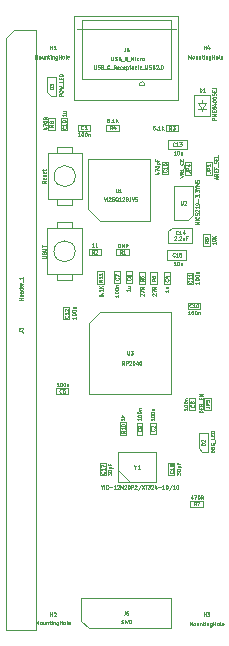
<source format=gbr>
%TF.GenerationSoftware,KiCad,Pcbnew,(6.0.7)*%
%TF.CreationDate,2022-09-23T08:48:44+05:30*%
%TF.ProjectId,Mitayi-Pico-RP2040,4d697461-7969-42d5-9069-636f2d525032,0.4*%
%TF.SameCoordinates,PX825e060PY6d4a840*%
%TF.FileFunction,AssemblyDrawing,Top*%
%FSLAX46Y46*%
G04 Gerber Fmt 4.6, Leading zero omitted, Abs format (unit mm)*
G04 Created by KiCad (PCBNEW (6.0.7)) date 2022-09-23 08:48:44*
%MOMM*%
%LPD*%
G01*
G04 APERTURE LIST*
%ADD10C,0.050000*%
%ADD11C,0.100000*%
G04 APERTURE END LIST*
D10*
%TO.C,JP5*%
X16965714Y18598572D02*
X16665714Y18598572D01*
X16665714Y18670000D01*
X16680000Y18712858D01*
X16708571Y18741429D01*
X16737142Y18755715D01*
X16794285Y18770000D01*
X16837142Y18770000D01*
X16894285Y18755715D01*
X16922857Y18741429D01*
X16951428Y18712858D01*
X16965714Y18670000D01*
X16965714Y18598572D01*
X16808571Y18898572D02*
X16808571Y18998572D01*
X16965714Y19041429D02*
X16965714Y18898572D01*
X16665714Y18898572D01*
X16665714Y19041429D01*
X16808571Y19270000D02*
X16822857Y19312858D01*
X16837142Y19327143D01*
X16865714Y19341429D01*
X16908571Y19341429D01*
X16937142Y19327143D01*
X16951428Y19312858D01*
X16965714Y19284286D01*
X16965714Y19170000D01*
X16665714Y19170000D01*
X16665714Y19270000D01*
X16680000Y19298572D01*
X16694285Y19312858D01*
X16722857Y19327143D01*
X16751428Y19327143D01*
X16780000Y19312858D01*
X16794285Y19298572D01*
X16808571Y19270000D01*
X16808571Y19170000D01*
X16994285Y19398572D02*
X16994285Y19627143D01*
X16808571Y19698572D02*
X16808571Y19798572D01*
X16965714Y19841429D02*
X16965714Y19698572D01*
X16665714Y19698572D01*
X16665714Y19841429D01*
X16965714Y19970000D02*
X16665714Y19970000D01*
X16965714Y20141429D01*
X16665714Y20141429D01*
X17235714Y19040000D02*
X17450000Y19040000D01*
X17492857Y19025715D01*
X17521428Y18997143D01*
X17535714Y18954286D01*
X17535714Y18925715D01*
X17535714Y19182858D02*
X17235714Y19182858D01*
X17235714Y19297143D01*
X17250000Y19325715D01*
X17264285Y19340000D01*
X17292857Y19354286D01*
X17335714Y19354286D01*
X17364285Y19340000D01*
X17378571Y19325715D01*
X17392857Y19297143D01*
X17392857Y19182858D01*
X17235714Y19625715D02*
X17235714Y19482858D01*
X17378571Y19468572D01*
X17364285Y19482858D01*
X17350000Y19511429D01*
X17350000Y19582858D01*
X17364285Y19611429D01*
X17378571Y19625715D01*
X17407142Y19640000D01*
X17478571Y19640000D01*
X17507142Y19625715D01*
X17521428Y19611429D01*
X17535714Y19582858D01*
X17535714Y19511429D01*
X17521428Y19482858D01*
X17507142Y19468572D01*
%TO.C,D2*%
X17965714Y15210000D02*
X17665714Y15210000D01*
X17665714Y15281429D01*
X17680000Y15324286D01*
X17708571Y15352858D01*
X17737142Y15367143D01*
X17794285Y15381429D01*
X17837142Y15381429D01*
X17894285Y15367143D01*
X17922857Y15352858D01*
X17951428Y15324286D01*
X17965714Y15281429D01*
X17965714Y15210000D01*
X17808571Y15610000D02*
X17822857Y15652858D01*
X17837142Y15667143D01*
X17865714Y15681429D01*
X17908571Y15681429D01*
X17937142Y15667143D01*
X17951428Y15652858D01*
X17965714Y15624286D01*
X17965714Y15510000D01*
X17665714Y15510000D01*
X17665714Y15610000D01*
X17680000Y15638572D01*
X17694285Y15652858D01*
X17722857Y15667143D01*
X17751428Y15667143D01*
X17780000Y15652858D01*
X17794285Y15638572D01*
X17808571Y15610000D01*
X17808571Y15510000D01*
X17680000Y15967143D02*
X17665714Y15938572D01*
X17665714Y15895715D01*
X17680000Y15852858D01*
X17708571Y15824286D01*
X17737142Y15810000D01*
X17794285Y15795715D01*
X17837142Y15795715D01*
X17894285Y15810000D01*
X17922857Y15824286D01*
X17951428Y15852858D01*
X17965714Y15895715D01*
X17965714Y15924286D01*
X17951428Y15967143D01*
X17937142Y15981429D01*
X17837142Y15981429D01*
X17837142Y15924286D01*
X17994285Y16038572D02*
X17994285Y16267143D01*
X17965714Y16481429D02*
X17965714Y16338572D01*
X17665714Y16338572D01*
X17808571Y16581429D02*
X17808571Y16681429D01*
X17965714Y16724286D02*
X17965714Y16581429D01*
X17665714Y16581429D01*
X17665714Y16724286D01*
X17965714Y16852858D02*
X17665714Y16852858D01*
X17665714Y16924286D01*
X17680000Y16967143D01*
X17708571Y16995715D01*
X17737142Y17010000D01*
X17794285Y17024286D01*
X17837142Y17024286D01*
X17894285Y17010000D01*
X17922857Y16995715D01*
X17951428Y16967143D01*
X17965714Y16924286D01*
X17965714Y16852858D01*
X17165714Y15828572D02*
X16865714Y15828572D01*
X16865714Y15900000D01*
X16880000Y15942858D01*
X16908571Y15971429D01*
X16937142Y15985715D01*
X16994285Y16000000D01*
X17037142Y16000000D01*
X17094285Y15985715D01*
X17122857Y15971429D01*
X17151428Y15942858D01*
X17165714Y15900000D01*
X17165714Y15828572D01*
X16894285Y16114286D02*
X16880000Y16128572D01*
X16865714Y16157143D01*
X16865714Y16228572D01*
X16880000Y16257143D01*
X16894285Y16271429D01*
X16922857Y16285715D01*
X16951428Y16285715D01*
X16994285Y16271429D01*
X17165714Y16100000D01*
X17165714Y16285715D01*
%TO.C,C17*%
X8945714Y13252858D02*
X8945714Y13438572D01*
X9060000Y13338572D01*
X9060000Y13381429D01*
X9074285Y13410000D01*
X9088571Y13424286D01*
X9117142Y13438572D01*
X9188571Y13438572D01*
X9217142Y13424286D01*
X9231428Y13410000D01*
X9245714Y13381429D01*
X9245714Y13295715D01*
X9231428Y13267143D01*
X9217142Y13252858D01*
X8945714Y13624286D02*
X8945714Y13652858D01*
X8960000Y13681429D01*
X8974285Y13695715D01*
X9002857Y13710000D01*
X9060000Y13724286D01*
X9131428Y13724286D01*
X9188571Y13710000D01*
X9217142Y13695715D01*
X9231428Y13681429D01*
X9245714Y13652858D01*
X9245714Y13624286D01*
X9231428Y13595715D01*
X9217142Y13581429D01*
X9188571Y13567143D01*
X9131428Y13552858D01*
X9060000Y13552858D01*
X9002857Y13567143D01*
X8974285Y13581429D01*
X8960000Y13595715D01*
X8945714Y13624286D01*
X9045714Y13852858D02*
X9345714Y13852858D01*
X9060000Y13852858D02*
X9045714Y13881429D01*
X9045714Y13938572D01*
X9060000Y13967143D01*
X9074285Y13981429D01*
X9102857Y13995715D01*
X9188571Y13995715D01*
X9217142Y13981429D01*
X9231428Y13967143D01*
X9245714Y13938572D01*
X9245714Y13881429D01*
X9231428Y13852858D01*
X9088571Y14224286D02*
X9088571Y14124286D01*
X9245714Y14124286D02*
X8945714Y14124286D01*
X8945714Y14267143D01*
X8637142Y13587143D02*
X8651428Y13572858D01*
X8665714Y13530000D01*
X8665714Y13501429D01*
X8651428Y13458572D01*
X8622857Y13430000D01*
X8594285Y13415715D01*
X8537142Y13401429D01*
X8494285Y13401429D01*
X8437142Y13415715D01*
X8408571Y13430000D01*
X8380000Y13458572D01*
X8365714Y13501429D01*
X8365714Y13530000D01*
X8380000Y13572858D01*
X8394285Y13587143D01*
X8665714Y13872858D02*
X8665714Y13701429D01*
X8665714Y13787143D02*
X8365714Y13787143D01*
X8408571Y13758572D01*
X8437142Y13730000D01*
X8451428Y13701429D01*
X8365714Y13972858D02*
X8365714Y14172858D01*
X8665714Y14044286D01*
%TO.C,C12*%
X6225714Y26704286D02*
X6225714Y26532858D01*
X6225714Y26618572D02*
X5925714Y26618572D01*
X5968571Y26590000D01*
X5997142Y26561429D01*
X6011428Y26532858D01*
X5925714Y26890000D02*
X5925714Y26918572D01*
X5940000Y26947143D01*
X5954285Y26961429D01*
X5982857Y26975715D01*
X6040000Y26990000D01*
X6111428Y26990000D01*
X6168571Y26975715D01*
X6197142Y26961429D01*
X6211428Y26947143D01*
X6225714Y26918572D01*
X6225714Y26890000D01*
X6211428Y26861429D01*
X6197142Y26847143D01*
X6168571Y26832858D01*
X6111428Y26818572D01*
X6040000Y26818572D01*
X5982857Y26832858D01*
X5954285Y26847143D01*
X5940000Y26861429D01*
X5925714Y26890000D01*
X5925714Y27175715D02*
X5925714Y27204286D01*
X5940000Y27232858D01*
X5954285Y27247143D01*
X5982857Y27261429D01*
X6040000Y27275715D01*
X6111428Y27275715D01*
X6168571Y27261429D01*
X6197142Y27247143D01*
X6211428Y27232858D01*
X6225714Y27204286D01*
X6225714Y27175715D01*
X6211428Y27147143D01*
X6197142Y27132858D01*
X6168571Y27118572D01*
X6111428Y27104286D01*
X6040000Y27104286D01*
X5982857Y27118572D01*
X5954285Y27132858D01*
X5940000Y27147143D01*
X5925714Y27175715D01*
X6025714Y27404286D02*
X6225714Y27404286D01*
X6054285Y27404286D02*
X6040000Y27418572D01*
X6025714Y27447143D01*
X6025714Y27490000D01*
X6040000Y27518572D01*
X6068571Y27532858D01*
X6225714Y27532858D01*
X5557142Y26787143D02*
X5571428Y26772858D01*
X5585714Y26730000D01*
X5585714Y26701429D01*
X5571428Y26658572D01*
X5542857Y26630000D01*
X5514285Y26615715D01*
X5457142Y26601429D01*
X5414285Y26601429D01*
X5357142Y26615715D01*
X5328571Y26630000D01*
X5300000Y26658572D01*
X5285714Y26701429D01*
X5285714Y26730000D01*
X5300000Y26772858D01*
X5314285Y26787143D01*
X5585714Y27072858D02*
X5585714Y26901429D01*
X5585714Y26987143D02*
X5285714Y26987143D01*
X5328571Y26958572D01*
X5357142Y26930000D01*
X5371428Y26901429D01*
X5314285Y27187143D02*
X5300000Y27201429D01*
X5285714Y27230000D01*
X5285714Y27301429D01*
X5300000Y27330000D01*
X5314285Y27344286D01*
X5342857Y27358572D01*
X5371428Y27358572D01*
X5414285Y27344286D01*
X5585714Y27172858D01*
X5585714Y27358572D01*
%TO.C,C13*%
X14687142Y40424286D02*
X14515714Y40424286D01*
X14601428Y40424286D02*
X14601428Y40724286D01*
X14572857Y40681429D01*
X14544285Y40652858D01*
X14515714Y40638572D01*
X14872857Y40724286D02*
X14901428Y40724286D01*
X14930000Y40710000D01*
X14944285Y40695715D01*
X14958571Y40667143D01*
X14972857Y40610000D01*
X14972857Y40538572D01*
X14958571Y40481429D01*
X14944285Y40452858D01*
X14930000Y40438572D01*
X14901428Y40424286D01*
X14872857Y40424286D01*
X14844285Y40438572D01*
X14830000Y40452858D01*
X14815714Y40481429D01*
X14801428Y40538572D01*
X14801428Y40610000D01*
X14815714Y40667143D01*
X14830000Y40695715D01*
X14844285Y40710000D01*
X14872857Y40724286D01*
X15230000Y40624286D02*
X15230000Y40424286D01*
X15101428Y40624286D02*
X15101428Y40467143D01*
X15115714Y40438572D01*
X15144285Y40424286D01*
X15187142Y40424286D01*
X15215714Y40438572D01*
X15230000Y40452858D01*
X14617142Y41182858D02*
X14602857Y41168572D01*
X14560000Y41154286D01*
X14531428Y41154286D01*
X14488571Y41168572D01*
X14460000Y41197143D01*
X14445714Y41225715D01*
X14431428Y41282858D01*
X14431428Y41325715D01*
X14445714Y41382858D01*
X14460000Y41411429D01*
X14488571Y41440000D01*
X14531428Y41454286D01*
X14560000Y41454286D01*
X14602857Y41440000D01*
X14617142Y41425715D01*
X14902857Y41154286D02*
X14731428Y41154286D01*
X14817142Y41154286D02*
X14817142Y41454286D01*
X14788571Y41411429D01*
X14760000Y41382858D01*
X14731428Y41368572D01*
X15002857Y41454286D02*
X15188571Y41454286D01*
X15088571Y41340000D01*
X15131428Y41340000D01*
X15160000Y41325715D01*
X15174285Y41311429D01*
X15188571Y41282858D01*
X15188571Y41211429D01*
X15174285Y41182858D01*
X15160000Y41168572D01*
X15131428Y41154286D01*
X15045714Y41154286D01*
X15017142Y41168572D01*
X15002857Y41182858D01*
%TO.C,C6*%
X4784285Y20804286D02*
X4612857Y20804286D01*
X4698571Y20804286D02*
X4698571Y21104286D01*
X4670000Y21061429D01*
X4641428Y21032858D01*
X4612857Y21018572D01*
X4970000Y21104286D02*
X4998571Y21104286D01*
X5027142Y21090000D01*
X5041428Y21075715D01*
X5055714Y21047143D01*
X5070000Y20990000D01*
X5070000Y20918572D01*
X5055714Y20861429D01*
X5041428Y20832858D01*
X5027142Y20818572D01*
X4998571Y20804286D01*
X4970000Y20804286D01*
X4941428Y20818572D01*
X4927142Y20832858D01*
X4912857Y20861429D01*
X4898571Y20918572D01*
X4898571Y20990000D01*
X4912857Y21047143D01*
X4927142Y21075715D01*
X4941428Y21090000D01*
X4970000Y21104286D01*
X5255714Y21104286D02*
X5284285Y21104286D01*
X5312857Y21090000D01*
X5327142Y21075715D01*
X5341428Y21047143D01*
X5355714Y20990000D01*
X5355714Y20918572D01*
X5341428Y20861429D01*
X5327142Y20832858D01*
X5312857Y20818572D01*
X5284285Y20804286D01*
X5255714Y20804286D01*
X5227142Y20818572D01*
X5212857Y20832858D01*
X5198571Y20861429D01*
X5184285Y20918572D01*
X5184285Y20990000D01*
X5198571Y21047143D01*
X5212857Y21075715D01*
X5227142Y21090000D01*
X5255714Y21104286D01*
X5484285Y21004286D02*
X5484285Y20804286D01*
X5484285Y20975715D02*
X5498571Y20990000D01*
X5527142Y21004286D01*
X5570000Y21004286D01*
X5598571Y20990000D01*
X5612857Y20961429D01*
X5612857Y20804286D01*
X5030000Y20292858D02*
X5015714Y20278572D01*
X4972857Y20264286D01*
X4944285Y20264286D01*
X4901428Y20278572D01*
X4872857Y20307143D01*
X4858571Y20335715D01*
X4844285Y20392858D01*
X4844285Y20435715D01*
X4858571Y20492858D01*
X4872857Y20521429D01*
X4901428Y20550000D01*
X4944285Y20564286D01*
X4972857Y20564286D01*
X5015714Y20550000D01*
X5030000Y20535715D01*
X5287142Y20564286D02*
X5230000Y20564286D01*
X5201428Y20550000D01*
X5187142Y20535715D01*
X5158571Y20492858D01*
X5144285Y20435715D01*
X5144285Y20321429D01*
X5158571Y20292858D01*
X5172857Y20278572D01*
X5201428Y20264286D01*
X5258571Y20264286D01*
X5287142Y20278572D01*
X5301428Y20292858D01*
X5315714Y20321429D01*
X5315714Y20392858D01*
X5301428Y20421429D01*
X5287142Y20435715D01*
X5258571Y20450000D01*
X5201428Y20450000D01*
X5172857Y20435715D01*
X5158571Y20421429D01*
X5144285Y20392858D01*
%TO.C,C11*%
X16650714Y29664286D02*
X16650714Y29492858D01*
X16650714Y29578572D02*
X16350714Y29578572D01*
X16393571Y29550000D01*
X16422142Y29521429D01*
X16436428Y29492858D01*
X16350714Y29850000D02*
X16350714Y29878572D01*
X16365000Y29907143D01*
X16379285Y29921429D01*
X16407857Y29935715D01*
X16465000Y29950000D01*
X16536428Y29950000D01*
X16593571Y29935715D01*
X16622142Y29921429D01*
X16636428Y29907143D01*
X16650714Y29878572D01*
X16650714Y29850000D01*
X16636428Y29821429D01*
X16622142Y29807143D01*
X16593571Y29792858D01*
X16536428Y29778572D01*
X16465000Y29778572D01*
X16407857Y29792858D01*
X16379285Y29807143D01*
X16365000Y29821429D01*
X16350714Y29850000D01*
X16350714Y30135715D02*
X16350714Y30164286D01*
X16365000Y30192858D01*
X16379285Y30207143D01*
X16407857Y30221429D01*
X16465000Y30235715D01*
X16536428Y30235715D01*
X16593571Y30221429D01*
X16622142Y30207143D01*
X16636428Y30192858D01*
X16650714Y30164286D01*
X16650714Y30135715D01*
X16636428Y30107143D01*
X16622142Y30092858D01*
X16593571Y30078572D01*
X16536428Y30064286D01*
X16465000Y30064286D01*
X16407857Y30078572D01*
X16379285Y30092858D01*
X16365000Y30107143D01*
X16350714Y30135715D01*
X16450714Y30364286D02*
X16650714Y30364286D01*
X16479285Y30364286D02*
X16465000Y30378572D01*
X16450714Y30407143D01*
X16450714Y30450000D01*
X16465000Y30478572D01*
X16493571Y30492858D01*
X16650714Y30492858D01*
X16027142Y29747143D02*
X16041428Y29732858D01*
X16055714Y29690000D01*
X16055714Y29661429D01*
X16041428Y29618572D01*
X16012857Y29590000D01*
X15984285Y29575715D01*
X15927142Y29561429D01*
X15884285Y29561429D01*
X15827142Y29575715D01*
X15798571Y29590000D01*
X15770000Y29618572D01*
X15755714Y29661429D01*
X15755714Y29690000D01*
X15770000Y29732858D01*
X15784285Y29747143D01*
X16055714Y30032858D02*
X16055714Y29861429D01*
X16055714Y29947143D02*
X15755714Y29947143D01*
X15798571Y29918572D01*
X15827142Y29890000D01*
X15841428Y29861429D01*
X16055714Y30318572D02*
X16055714Y30147143D01*
X16055714Y30232858D02*
X15755714Y30232858D01*
X15798571Y30204286D01*
X15827142Y30175715D01*
X15841428Y30147143D01*
%TO.C,C19*%
X5385714Y43830000D02*
X5385714Y43658572D01*
X5385714Y43744286D02*
X5085714Y43744286D01*
X5128571Y43715715D01*
X5157142Y43687143D01*
X5171428Y43658572D01*
X5185714Y44087143D02*
X5385714Y44087143D01*
X5185714Y43958572D02*
X5342857Y43958572D01*
X5371428Y43972858D01*
X5385714Y44001429D01*
X5385714Y44044286D01*
X5371428Y44072858D01*
X5357142Y44087143D01*
X5367142Y42767143D02*
X5381428Y42752858D01*
X5395714Y42710000D01*
X5395714Y42681429D01*
X5381428Y42638572D01*
X5352857Y42610000D01*
X5324285Y42595715D01*
X5267142Y42581429D01*
X5224285Y42581429D01*
X5167142Y42595715D01*
X5138571Y42610000D01*
X5110000Y42638572D01*
X5095714Y42681429D01*
X5095714Y42710000D01*
X5110000Y42752858D01*
X5124285Y42767143D01*
X5395714Y43052858D02*
X5395714Y42881429D01*
X5395714Y42967143D02*
X5095714Y42967143D01*
X5138571Y42938572D01*
X5167142Y42910000D01*
X5181428Y42881429D01*
X5395714Y43195715D02*
X5395714Y43252858D01*
X5381428Y43281429D01*
X5367142Y43295715D01*
X5324285Y43324286D01*
X5267142Y43338572D01*
X5152857Y43338572D01*
X5124285Y43324286D01*
X5110000Y43310000D01*
X5095714Y43281429D01*
X5095714Y43224286D01*
X5110000Y43195715D01*
X5124285Y43181429D01*
X5152857Y43167143D01*
X5224285Y43167143D01*
X5252857Y43181429D01*
X5267142Y43195715D01*
X5281428Y43224286D01*
X5281428Y43281429D01*
X5267142Y43310000D01*
X5252857Y43324286D01*
X5224285Y43338572D01*
%TO.C,R2*%
X7794285Y32604286D02*
X7622857Y32604286D01*
X7708571Y32604286D02*
X7708571Y32904286D01*
X7680000Y32861429D01*
X7651428Y32832858D01*
X7622857Y32818572D01*
X7922857Y32604286D02*
X7922857Y32904286D01*
X7951428Y32718572D02*
X8037142Y32604286D01*
X8037142Y32804286D02*
X7922857Y32690000D01*
X7760000Y32034286D02*
X7660000Y32177143D01*
X7588571Y32034286D02*
X7588571Y32334286D01*
X7702857Y32334286D01*
X7731428Y32320000D01*
X7745714Y32305715D01*
X7760000Y32277143D01*
X7760000Y32234286D01*
X7745714Y32205715D01*
X7731428Y32191429D01*
X7702857Y32177143D01*
X7588571Y32177143D01*
X7874285Y32305715D02*
X7888571Y32320000D01*
X7917142Y32334286D01*
X7988571Y32334286D01*
X8017142Y32320000D01*
X8031428Y32305715D01*
X8045714Y32277143D01*
X8045714Y32248572D01*
X8031428Y32205715D01*
X7860000Y32034286D01*
X8045714Y32034286D01*
%TO.C,R7*%
X16111428Y11464286D02*
X16111428Y11264286D01*
X16040000Y11578572D02*
X15968571Y11364286D01*
X16154285Y11364286D01*
X16240000Y11564286D02*
X16440000Y11564286D01*
X16311428Y11264286D01*
X16611428Y11564286D02*
X16640000Y11564286D01*
X16668571Y11550000D01*
X16682857Y11535715D01*
X16697142Y11507143D01*
X16711428Y11450000D01*
X16711428Y11378572D01*
X16697142Y11321429D01*
X16682857Y11292858D01*
X16668571Y11278572D01*
X16640000Y11264286D01*
X16611428Y11264286D01*
X16582857Y11278572D01*
X16568571Y11292858D01*
X16554285Y11321429D01*
X16540000Y11378572D01*
X16540000Y11450000D01*
X16554285Y11507143D01*
X16568571Y11535715D01*
X16582857Y11550000D01*
X16611428Y11564286D01*
X17011428Y11264286D02*
X16911428Y11407143D01*
X16840000Y11264286D02*
X16840000Y11564286D01*
X16954285Y11564286D01*
X16982857Y11550000D01*
X16997142Y11535715D01*
X17011428Y11507143D01*
X17011428Y11464286D01*
X16997142Y11435715D01*
X16982857Y11421429D01*
X16954285Y11407143D01*
X16840000Y11407143D01*
X16400000Y10714286D02*
X16300000Y10857143D01*
X16228571Y10714286D02*
X16228571Y11014286D01*
X16342857Y11014286D01*
X16371428Y11000000D01*
X16385714Y10985715D01*
X16400000Y10957143D01*
X16400000Y10914286D01*
X16385714Y10885715D01*
X16371428Y10871429D01*
X16342857Y10857143D01*
X16228571Y10857143D01*
X16500000Y11014286D02*
X16700000Y11014286D01*
X16571428Y10714286D01*
%TO.C,H3*%
X15864285Y554286D02*
X15864285Y854286D01*
X15964285Y640000D01*
X16064285Y854286D01*
X16064285Y554286D01*
X16250000Y554286D02*
X16221428Y568572D01*
X16207142Y582858D01*
X16192857Y611429D01*
X16192857Y697143D01*
X16207142Y725715D01*
X16221428Y740000D01*
X16250000Y754286D01*
X16292857Y754286D01*
X16321428Y740000D01*
X16335714Y725715D01*
X16350000Y697143D01*
X16350000Y611429D01*
X16335714Y582858D01*
X16321428Y568572D01*
X16292857Y554286D01*
X16250000Y554286D01*
X16607142Y754286D02*
X16607142Y554286D01*
X16478571Y754286D02*
X16478571Y597143D01*
X16492857Y568572D01*
X16521428Y554286D01*
X16564285Y554286D01*
X16592857Y568572D01*
X16607142Y582858D01*
X16750000Y754286D02*
X16750000Y554286D01*
X16750000Y725715D02*
X16764285Y740000D01*
X16792857Y754286D01*
X16835714Y754286D01*
X16864285Y740000D01*
X16878571Y711429D01*
X16878571Y554286D01*
X16978571Y754286D02*
X17092857Y754286D01*
X17021428Y854286D02*
X17021428Y597143D01*
X17035714Y568572D01*
X17064285Y554286D01*
X17092857Y554286D01*
X17192857Y554286D02*
X17192857Y754286D01*
X17192857Y854286D02*
X17178571Y840000D01*
X17192857Y825715D01*
X17207142Y840000D01*
X17192857Y854286D01*
X17192857Y825715D01*
X17335714Y754286D02*
X17335714Y554286D01*
X17335714Y725715D02*
X17350000Y740000D01*
X17378571Y754286D01*
X17421428Y754286D01*
X17450000Y740000D01*
X17464285Y711429D01*
X17464285Y554286D01*
X17735714Y754286D02*
X17735714Y511429D01*
X17721428Y482858D01*
X17707142Y468572D01*
X17678571Y454286D01*
X17635714Y454286D01*
X17607142Y468572D01*
X17735714Y568572D02*
X17707142Y554286D01*
X17650000Y554286D01*
X17621428Y568572D01*
X17607142Y582858D01*
X17592857Y611429D01*
X17592857Y697143D01*
X17607142Y725715D01*
X17621428Y740000D01*
X17650000Y754286D01*
X17707142Y754286D01*
X17735714Y740000D01*
X17878571Y554286D02*
X17878571Y854286D01*
X17878571Y711429D02*
X18050000Y711429D01*
X18050000Y554286D02*
X18050000Y854286D01*
X18235714Y554286D02*
X18207142Y568572D01*
X18192857Y582858D01*
X18178571Y611429D01*
X18178571Y697143D01*
X18192857Y725715D01*
X18207142Y740000D01*
X18235714Y754286D01*
X18278571Y754286D01*
X18307142Y740000D01*
X18321428Y725715D01*
X18335714Y697143D01*
X18335714Y611429D01*
X18321428Y582858D01*
X18307142Y568572D01*
X18278571Y554286D01*
X18235714Y554286D01*
X18507142Y554286D02*
X18478571Y568572D01*
X18464285Y597143D01*
X18464285Y854286D01*
X18735714Y568572D02*
X18707142Y554286D01*
X18650000Y554286D01*
X18621428Y568572D01*
X18607142Y597143D01*
X18607142Y711429D01*
X18621428Y740000D01*
X18650000Y754286D01*
X18707142Y754286D01*
X18735714Y740000D01*
X18750000Y711429D01*
X18750000Y682858D01*
X18607142Y654286D01*
X17071428Y1354286D02*
X17071428Y1654286D01*
X17071428Y1511429D02*
X17242857Y1511429D01*
X17242857Y1354286D02*
X17242857Y1654286D01*
X17357142Y1654286D02*
X17542857Y1654286D01*
X17442857Y1540000D01*
X17485714Y1540000D01*
X17514285Y1525715D01*
X17528571Y1511429D01*
X17542857Y1482858D01*
X17542857Y1411429D01*
X17528571Y1382858D01*
X17514285Y1368572D01*
X17485714Y1354286D01*
X17400000Y1354286D01*
X17371428Y1368572D01*
X17357142Y1382858D01*
%TO.C,R10*%
X10355714Y18094286D02*
X10355714Y17922858D01*
X10355714Y18008572D02*
X10055714Y18008572D01*
X10098571Y17980000D01*
X10127142Y17951429D01*
X10141428Y17922858D01*
X10355714Y18222858D02*
X10055714Y18222858D01*
X10241428Y18251429D02*
X10355714Y18337143D01*
X10155714Y18337143D02*
X10270000Y18222858D01*
X10375714Y17037143D02*
X10232857Y16937143D01*
X10375714Y16865715D02*
X10075714Y16865715D01*
X10075714Y16980000D01*
X10090000Y17008572D01*
X10104285Y17022858D01*
X10132857Y17037143D01*
X10175714Y17037143D01*
X10204285Y17022858D01*
X10218571Y17008572D01*
X10232857Y16980000D01*
X10232857Y16865715D01*
X10375714Y17322858D02*
X10375714Y17151429D01*
X10375714Y17237143D02*
X10075714Y17237143D01*
X10118571Y17208572D01*
X10147142Y17180000D01*
X10161428Y17151429D01*
X10075714Y17508572D02*
X10075714Y17537143D01*
X10090000Y17565715D01*
X10104285Y17580000D01*
X10132857Y17594286D01*
X10190000Y17608572D01*
X10261428Y17608572D01*
X10318571Y17594286D01*
X10347142Y17580000D01*
X10361428Y17565715D01*
X10375714Y17537143D01*
X10375714Y17508572D01*
X10361428Y17480000D01*
X10347142Y17465715D01*
X10318571Y17451429D01*
X10261428Y17437143D01*
X10190000Y17437143D01*
X10132857Y17451429D01*
X10104285Y17465715D01*
X10090000Y17480000D01*
X10075714Y17508572D01*
%TO.C,C10*%
X15904285Y26894286D02*
X15732857Y26894286D01*
X15818571Y26894286D02*
X15818571Y27194286D01*
X15790000Y27151429D01*
X15761428Y27122858D01*
X15732857Y27108572D01*
X16090000Y27194286D02*
X16118571Y27194286D01*
X16147142Y27180000D01*
X16161428Y27165715D01*
X16175714Y27137143D01*
X16190000Y27080000D01*
X16190000Y27008572D01*
X16175714Y26951429D01*
X16161428Y26922858D01*
X16147142Y26908572D01*
X16118571Y26894286D01*
X16090000Y26894286D01*
X16061428Y26908572D01*
X16047142Y26922858D01*
X16032857Y26951429D01*
X16018571Y27008572D01*
X16018571Y27080000D01*
X16032857Y27137143D01*
X16047142Y27165715D01*
X16061428Y27180000D01*
X16090000Y27194286D01*
X16375714Y27194286D02*
X16404285Y27194286D01*
X16432857Y27180000D01*
X16447142Y27165715D01*
X16461428Y27137143D01*
X16475714Y27080000D01*
X16475714Y27008572D01*
X16461428Y26951429D01*
X16447142Y26922858D01*
X16432857Y26908572D01*
X16404285Y26894286D01*
X16375714Y26894286D01*
X16347142Y26908572D01*
X16332857Y26922858D01*
X16318571Y26951429D01*
X16304285Y27008572D01*
X16304285Y27080000D01*
X16318571Y27137143D01*
X16332857Y27165715D01*
X16347142Y27180000D01*
X16375714Y27194286D01*
X16604285Y27094286D02*
X16604285Y26894286D01*
X16604285Y27065715D02*
X16618571Y27080000D01*
X16647142Y27094286D01*
X16690000Y27094286D01*
X16718571Y27080000D01*
X16732857Y27051429D01*
X16732857Y26894286D01*
X16037142Y27512858D02*
X16022857Y27498572D01*
X15980000Y27484286D01*
X15951428Y27484286D01*
X15908571Y27498572D01*
X15880000Y27527143D01*
X15865714Y27555715D01*
X15851428Y27612858D01*
X15851428Y27655715D01*
X15865714Y27712858D01*
X15880000Y27741429D01*
X15908571Y27770000D01*
X15951428Y27784286D01*
X15980000Y27784286D01*
X16022857Y27770000D01*
X16037142Y27755715D01*
X16322857Y27484286D02*
X16151428Y27484286D01*
X16237142Y27484286D02*
X16237142Y27784286D01*
X16208571Y27741429D01*
X16180000Y27712858D01*
X16151428Y27698572D01*
X16508571Y27784286D02*
X16537142Y27784286D01*
X16565714Y27770000D01*
X16580000Y27755715D01*
X16594285Y27727143D01*
X16608571Y27670000D01*
X16608571Y27598572D01*
X16594285Y27541429D01*
X16580000Y27512858D01*
X16565714Y27498572D01*
X16537142Y27484286D01*
X16508571Y27484286D01*
X16480000Y27498572D01*
X16465714Y27512858D01*
X16451428Y27541429D01*
X16437142Y27598572D01*
X16437142Y27670000D01*
X16451428Y27727143D01*
X16465714Y27755715D01*
X16480000Y27770000D01*
X16508571Y27784286D01*
%TO.C,U3*%
X10341428Y22624286D02*
X10241428Y22767143D01*
X10170000Y22624286D02*
X10170000Y22924286D01*
X10284285Y22924286D01*
X10312857Y22910000D01*
X10327142Y22895715D01*
X10341428Y22867143D01*
X10341428Y22824286D01*
X10327142Y22795715D01*
X10312857Y22781429D01*
X10284285Y22767143D01*
X10170000Y22767143D01*
X10470000Y22624286D02*
X10470000Y22924286D01*
X10584285Y22924286D01*
X10612857Y22910000D01*
X10627142Y22895715D01*
X10641428Y22867143D01*
X10641428Y22824286D01*
X10627142Y22795715D01*
X10612857Y22781429D01*
X10584285Y22767143D01*
X10470000Y22767143D01*
X10755714Y22895715D02*
X10770000Y22910000D01*
X10798571Y22924286D01*
X10870000Y22924286D01*
X10898571Y22910000D01*
X10912857Y22895715D01*
X10927142Y22867143D01*
X10927142Y22838572D01*
X10912857Y22795715D01*
X10741428Y22624286D01*
X10927142Y22624286D01*
X11112857Y22924286D02*
X11141428Y22924286D01*
X11170000Y22910000D01*
X11184285Y22895715D01*
X11198571Y22867143D01*
X11212857Y22810000D01*
X11212857Y22738572D01*
X11198571Y22681429D01*
X11184285Y22652858D01*
X11170000Y22638572D01*
X11141428Y22624286D01*
X11112857Y22624286D01*
X11084285Y22638572D01*
X11070000Y22652858D01*
X11055714Y22681429D01*
X11041428Y22738572D01*
X11041428Y22810000D01*
X11055714Y22867143D01*
X11070000Y22895715D01*
X11084285Y22910000D01*
X11112857Y22924286D01*
X11470000Y22824286D02*
X11470000Y22624286D01*
X11398571Y22938572D02*
X11327142Y22724286D01*
X11512857Y22724286D01*
X11684285Y22924286D02*
X11712857Y22924286D01*
X11741428Y22910000D01*
X11755714Y22895715D01*
X11770000Y22867143D01*
X11784285Y22810000D01*
X11784285Y22738572D01*
X11770000Y22681429D01*
X11755714Y22652858D01*
X11741428Y22638572D01*
X11712857Y22624286D01*
X11684285Y22624286D01*
X11655714Y22638572D01*
X11641428Y22652858D01*
X11627142Y22681429D01*
X11612857Y22738572D01*
X11612857Y22810000D01*
X11627142Y22867143D01*
X11641428Y22895715D01*
X11655714Y22910000D01*
X11684285Y22924286D01*
X10591428Y23794286D02*
X10591428Y23551429D01*
X10605714Y23522858D01*
X10620000Y23508572D01*
X10648571Y23494286D01*
X10705714Y23494286D01*
X10734285Y23508572D01*
X10748571Y23522858D01*
X10762857Y23551429D01*
X10762857Y23794286D01*
X10877142Y23794286D02*
X11062857Y23794286D01*
X10962857Y23680000D01*
X11005714Y23680000D01*
X11034285Y23665715D01*
X11048571Y23651429D01*
X11062857Y23622858D01*
X11062857Y23551429D01*
X11048571Y23522858D01*
X11034285Y23508572D01*
X11005714Y23494286D01*
X10920000Y23494286D01*
X10891428Y23508572D01*
X10877142Y23522858D01*
%TO.C,R5*%
X11699285Y28471429D02*
X11685000Y28485715D01*
X11670714Y28514286D01*
X11670714Y28585715D01*
X11685000Y28614286D01*
X11699285Y28628572D01*
X11727857Y28642858D01*
X11756428Y28642858D01*
X11799285Y28628572D01*
X11970714Y28457143D01*
X11970714Y28642858D01*
X11670714Y28742858D02*
X11670714Y28942858D01*
X11970714Y28814286D01*
X11970714Y29228572D02*
X11827857Y29128572D01*
X11970714Y29057143D02*
X11670714Y29057143D01*
X11670714Y29171429D01*
X11685000Y29200000D01*
X11699285Y29214286D01*
X11727857Y29228572D01*
X11770714Y29228572D01*
X11799285Y29214286D01*
X11813571Y29200000D01*
X11827857Y29171429D01*
X11827857Y29057143D01*
X11980714Y29870000D02*
X11837857Y29770000D01*
X11980714Y29698572D02*
X11680714Y29698572D01*
X11680714Y29812858D01*
X11695000Y29841429D01*
X11709285Y29855715D01*
X11737857Y29870000D01*
X11780714Y29870000D01*
X11809285Y29855715D01*
X11823571Y29841429D01*
X11837857Y29812858D01*
X11837857Y29698572D01*
X11680714Y30141429D02*
X11680714Y29998572D01*
X11823571Y29984286D01*
X11809285Y29998572D01*
X11795000Y30027143D01*
X11795000Y30098572D01*
X11809285Y30127143D01*
X11823571Y30141429D01*
X11852142Y30155715D01*
X11923571Y30155715D01*
X11952142Y30141429D01*
X11966428Y30127143D01*
X11980714Y30098572D01*
X11980714Y30027143D01*
X11966428Y29998572D01*
X11952142Y29984286D01*
%TO.C,C2*%
X12875714Y18084286D02*
X12875714Y17912858D01*
X12875714Y17998572D02*
X12575714Y17998572D01*
X12618571Y17970000D01*
X12647142Y17941429D01*
X12661428Y17912858D01*
X12575714Y18270000D02*
X12575714Y18298572D01*
X12590000Y18327143D01*
X12604285Y18341429D01*
X12632857Y18355715D01*
X12690000Y18370000D01*
X12761428Y18370000D01*
X12818571Y18355715D01*
X12847142Y18341429D01*
X12861428Y18327143D01*
X12875714Y18298572D01*
X12875714Y18270000D01*
X12861428Y18241429D01*
X12847142Y18227143D01*
X12818571Y18212858D01*
X12761428Y18198572D01*
X12690000Y18198572D01*
X12632857Y18212858D01*
X12604285Y18227143D01*
X12590000Y18241429D01*
X12575714Y18270000D01*
X12575714Y18555715D02*
X12575714Y18584286D01*
X12590000Y18612858D01*
X12604285Y18627143D01*
X12632857Y18641429D01*
X12690000Y18655715D01*
X12761428Y18655715D01*
X12818571Y18641429D01*
X12847142Y18627143D01*
X12861428Y18612858D01*
X12875714Y18584286D01*
X12875714Y18555715D01*
X12861428Y18527143D01*
X12847142Y18512858D01*
X12818571Y18498572D01*
X12761428Y18484286D01*
X12690000Y18484286D01*
X12632857Y18498572D01*
X12604285Y18512858D01*
X12590000Y18527143D01*
X12575714Y18555715D01*
X12675714Y18784286D02*
X12875714Y18784286D01*
X12704285Y18784286D02*
X12690000Y18798572D01*
X12675714Y18827143D01*
X12675714Y18870000D01*
X12690000Y18898572D01*
X12718571Y18912858D01*
X12875714Y18912858D01*
X12877142Y17170000D02*
X12891428Y17155715D01*
X12905714Y17112858D01*
X12905714Y17084286D01*
X12891428Y17041429D01*
X12862857Y17012858D01*
X12834285Y16998572D01*
X12777142Y16984286D01*
X12734285Y16984286D01*
X12677142Y16998572D01*
X12648571Y17012858D01*
X12620000Y17041429D01*
X12605714Y17084286D01*
X12605714Y17112858D01*
X12620000Y17155715D01*
X12634285Y17170000D01*
X12634285Y17284286D02*
X12620000Y17298572D01*
X12605714Y17327143D01*
X12605714Y17398572D01*
X12620000Y17427143D01*
X12634285Y17441429D01*
X12662857Y17455715D01*
X12691428Y17455715D01*
X12734285Y17441429D01*
X12905714Y17270000D01*
X12905714Y17455715D01*
%TO.C,U1*%
X8654285Y36814286D02*
X8725714Y36514286D01*
X8782857Y36728572D01*
X8840000Y36514286D01*
X8911428Y36814286D01*
X9011428Y36785715D02*
X9025714Y36800000D01*
X9054285Y36814286D01*
X9125714Y36814286D01*
X9154285Y36800000D01*
X9168571Y36785715D01*
X9182857Y36757143D01*
X9182857Y36728572D01*
X9168571Y36685715D01*
X8997142Y36514286D01*
X9182857Y36514286D01*
X9454285Y36814286D02*
X9311428Y36814286D01*
X9297142Y36671429D01*
X9311428Y36685715D01*
X9340000Y36700000D01*
X9411428Y36700000D01*
X9440000Y36685715D01*
X9454285Y36671429D01*
X9468571Y36642858D01*
X9468571Y36571429D01*
X9454285Y36542858D01*
X9440000Y36528572D01*
X9411428Y36514286D01*
X9340000Y36514286D01*
X9311428Y36528572D01*
X9297142Y36542858D01*
X9797142Y36485715D02*
X9768571Y36500000D01*
X9740000Y36528572D01*
X9697142Y36571429D01*
X9668571Y36585715D01*
X9640000Y36585715D01*
X9654285Y36514286D02*
X9625714Y36528572D01*
X9597142Y36557143D01*
X9582857Y36614286D01*
X9582857Y36714286D01*
X9597142Y36771429D01*
X9625714Y36800000D01*
X9654285Y36814286D01*
X9711428Y36814286D01*
X9740000Y36800000D01*
X9768571Y36771429D01*
X9782857Y36714286D01*
X9782857Y36614286D01*
X9768571Y36557143D01*
X9740000Y36528572D01*
X9711428Y36514286D01*
X9654285Y36514286D01*
X10068571Y36514286D02*
X9897142Y36514286D01*
X9982857Y36514286D02*
X9982857Y36814286D01*
X9954285Y36771429D01*
X9925714Y36742858D01*
X9897142Y36728572D01*
X10182857Y36785715D02*
X10197142Y36800000D01*
X10225714Y36814286D01*
X10297142Y36814286D01*
X10325714Y36800000D01*
X10340000Y36785715D01*
X10354285Y36757143D01*
X10354285Y36728572D01*
X10340000Y36685715D01*
X10168571Y36514286D01*
X10354285Y36514286D01*
X10525714Y36685715D02*
X10497142Y36700000D01*
X10482857Y36714286D01*
X10468571Y36742858D01*
X10468571Y36757143D01*
X10482857Y36785715D01*
X10497142Y36800000D01*
X10525714Y36814286D01*
X10582857Y36814286D01*
X10611428Y36800000D01*
X10625714Y36785715D01*
X10640000Y36757143D01*
X10640000Y36742858D01*
X10625714Y36714286D01*
X10611428Y36700000D01*
X10582857Y36685715D01*
X10525714Y36685715D01*
X10497142Y36671429D01*
X10482857Y36657143D01*
X10468571Y36628572D01*
X10468571Y36571429D01*
X10482857Y36542858D01*
X10497142Y36528572D01*
X10525714Y36514286D01*
X10582857Y36514286D01*
X10611428Y36528572D01*
X10625714Y36542858D01*
X10640000Y36571429D01*
X10640000Y36628572D01*
X10625714Y36657143D01*
X10611428Y36671429D01*
X10582857Y36685715D01*
X10854285Y36814286D02*
X10854285Y36600000D01*
X10840000Y36557143D01*
X10811428Y36528572D01*
X10768571Y36514286D01*
X10740000Y36514286D01*
X10954285Y36814286D02*
X11054285Y36514286D01*
X11154285Y36814286D01*
X11240000Y36528572D02*
X11282857Y36514286D01*
X11354285Y36514286D01*
X11382857Y36528572D01*
X11397142Y36542858D01*
X11411428Y36571429D01*
X11411428Y36600000D01*
X11397142Y36628572D01*
X11382857Y36642858D01*
X11354285Y36657143D01*
X11297142Y36671429D01*
X11268571Y36685715D01*
X11254285Y36700000D01*
X11240000Y36728572D01*
X11240000Y36757143D01*
X11254285Y36785715D01*
X11268571Y36800000D01*
X11297142Y36814286D01*
X11368571Y36814286D01*
X11411428Y36800000D01*
X9611428Y37534286D02*
X9611428Y37291429D01*
X9625714Y37262858D01*
X9640000Y37248572D01*
X9668571Y37234286D01*
X9725714Y37234286D01*
X9754285Y37248572D01*
X9768571Y37262858D01*
X9782857Y37291429D01*
X9782857Y37534286D01*
X10082857Y37234286D02*
X9911428Y37234286D01*
X9997142Y37234286D02*
X9997142Y37534286D01*
X9968571Y37491429D01*
X9940000Y37462858D01*
X9911428Y37448572D01*
%TO.C,C5*%
X10815714Y29025000D02*
X10815714Y28853572D01*
X10815714Y28939286D02*
X10515714Y28939286D01*
X10558571Y28910715D01*
X10587142Y28882143D01*
X10601428Y28853572D01*
X10615714Y29282143D02*
X10815714Y29282143D01*
X10615714Y29153572D02*
X10772857Y29153572D01*
X10801428Y29167858D01*
X10815714Y29196429D01*
X10815714Y29239286D01*
X10801428Y29267858D01*
X10787142Y29282143D01*
X10847142Y29975000D02*
X10861428Y29960715D01*
X10875714Y29917858D01*
X10875714Y29889286D01*
X10861428Y29846429D01*
X10832857Y29817858D01*
X10804285Y29803572D01*
X10747142Y29789286D01*
X10704285Y29789286D01*
X10647142Y29803572D01*
X10618571Y29817858D01*
X10590000Y29846429D01*
X10575714Y29889286D01*
X10575714Y29917858D01*
X10590000Y29960715D01*
X10604285Y29975000D01*
X10575714Y30246429D02*
X10575714Y30103572D01*
X10718571Y30089286D01*
X10704285Y30103572D01*
X10690000Y30132143D01*
X10690000Y30203572D01*
X10704285Y30232143D01*
X10718571Y30246429D01*
X10747142Y30260715D01*
X10818571Y30260715D01*
X10847142Y30246429D01*
X10861428Y30232143D01*
X10875714Y30203572D01*
X10875714Y30132143D01*
X10861428Y30103572D01*
X10847142Y30089286D01*
%TO.C,R1*%
X9834285Y32564286D02*
X9834285Y32864286D01*
X9905714Y32864286D01*
X9948571Y32850000D01*
X9977142Y32821429D01*
X9991428Y32792858D01*
X10005714Y32735715D01*
X10005714Y32692858D01*
X9991428Y32635715D01*
X9977142Y32607143D01*
X9948571Y32578572D01*
X9905714Y32564286D01*
X9834285Y32564286D01*
X10134285Y32564286D02*
X10134285Y32864286D01*
X10305714Y32564286D01*
X10305714Y32864286D01*
X10448571Y32564286D02*
X10448571Y32864286D01*
X10562857Y32864286D01*
X10591428Y32850000D01*
X10605714Y32835715D01*
X10620000Y32807143D01*
X10620000Y32764286D01*
X10605714Y32735715D01*
X10591428Y32721429D01*
X10562857Y32707143D01*
X10448571Y32707143D01*
X10150000Y32024286D02*
X10050000Y32167143D01*
X9978571Y32024286D02*
X9978571Y32324286D01*
X10092857Y32324286D01*
X10121428Y32310000D01*
X10135714Y32295715D01*
X10150000Y32267143D01*
X10150000Y32224286D01*
X10135714Y32195715D01*
X10121428Y32181429D01*
X10092857Y32167143D01*
X9978571Y32167143D01*
X10435714Y32024286D02*
X10264285Y32024286D01*
X10350000Y32024286D02*
X10350000Y32324286D01*
X10321428Y32281429D01*
X10292857Y32252858D01*
X10264285Y32238572D01*
%TO.C,C4*%
X14055714Y28980000D02*
X14055714Y28808572D01*
X14055714Y28894286D02*
X13755714Y28894286D01*
X13798571Y28865715D01*
X13827142Y28837143D01*
X13841428Y28808572D01*
X13855714Y29237143D02*
X14055714Y29237143D01*
X13855714Y29108572D02*
X14012857Y29108572D01*
X14041428Y29122858D01*
X14055714Y29151429D01*
X14055714Y29194286D01*
X14041428Y29222858D01*
X14027142Y29237143D01*
X14067142Y29850000D02*
X14081428Y29835715D01*
X14095714Y29792858D01*
X14095714Y29764286D01*
X14081428Y29721429D01*
X14052857Y29692858D01*
X14024285Y29678572D01*
X13967142Y29664286D01*
X13924285Y29664286D01*
X13867142Y29678572D01*
X13838571Y29692858D01*
X13810000Y29721429D01*
X13795714Y29764286D01*
X13795714Y29792858D01*
X13810000Y29835715D01*
X13824285Y29850000D01*
X13895714Y30107143D02*
X14095714Y30107143D01*
X13781428Y30035715D02*
X13995714Y29964286D01*
X13995714Y30150000D01*
%TO.C,C1*%
X6594285Y41994286D02*
X6422857Y41994286D01*
X6508571Y41994286D02*
X6508571Y42294286D01*
X6480000Y42251429D01*
X6451428Y42222858D01*
X6422857Y42208572D01*
X6780000Y42294286D02*
X6808571Y42294286D01*
X6837142Y42280000D01*
X6851428Y42265715D01*
X6865714Y42237143D01*
X6880000Y42180000D01*
X6880000Y42108572D01*
X6865714Y42051429D01*
X6851428Y42022858D01*
X6837142Y42008572D01*
X6808571Y41994286D01*
X6780000Y41994286D01*
X6751428Y42008572D01*
X6737142Y42022858D01*
X6722857Y42051429D01*
X6708571Y42108572D01*
X6708571Y42180000D01*
X6722857Y42237143D01*
X6737142Y42265715D01*
X6751428Y42280000D01*
X6780000Y42294286D01*
X7065714Y42294286D02*
X7094285Y42294286D01*
X7122857Y42280000D01*
X7137142Y42265715D01*
X7151428Y42237143D01*
X7165714Y42180000D01*
X7165714Y42108572D01*
X7151428Y42051429D01*
X7137142Y42022858D01*
X7122857Y42008572D01*
X7094285Y41994286D01*
X7065714Y41994286D01*
X7037142Y42008572D01*
X7022857Y42022858D01*
X7008571Y42051429D01*
X6994285Y42108572D01*
X6994285Y42180000D01*
X7008571Y42237143D01*
X7022857Y42265715D01*
X7037142Y42280000D01*
X7065714Y42294286D01*
X7294285Y42194286D02*
X7294285Y41994286D01*
X7294285Y42165715D02*
X7308571Y42180000D01*
X7337142Y42194286D01*
X7380000Y42194286D01*
X7408571Y42180000D01*
X7422857Y42151429D01*
X7422857Y41994286D01*
X6860000Y42582858D02*
X6845714Y42568572D01*
X6802857Y42554286D01*
X6774285Y42554286D01*
X6731428Y42568572D01*
X6702857Y42597143D01*
X6688571Y42625715D01*
X6674285Y42682858D01*
X6674285Y42725715D01*
X6688571Y42782858D01*
X6702857Y42811429D01*
X6731428Y42840000D01*
X6774285Y42854286D01*
X6802857Y42854286D01*
X6845714Y42840000D01*
X6860000Y42825715D01*
X7145714Y42554286D02*
X6974285Y42554286D01*
X7060000Y42554286D02*
X7060000Y42854286D01*
X7031428Y42811429D01*
X7002857Y42782858D01*
X6974285Y42768572D01*
%TO.C,J5*%
X10092857Y738572D02*
X10135714Y724286D01*
X10207142Y724286D01*
X10235714Y738572D01*
X10250000Y752858D01*
X10264285Y781429D01*
X10264285Y810000D01*
X10250000Y838572D01*
X10235714Y852858D01*
X10207142Y867143D01*
X10150000Y881429D01*
X10121428Y895715D01*
X10107142Y910000D01*
X10092857Y938572D01*
X10092857Y967143D01*
X10107142Y995715D01*
X10121428Y1010000D01*
X10150000Y1024286D01*
X10221428Y1024286D01*
X10264285Y1010000D01*
X10364285Y1024286D02*
X10435714Y724286D01*
X10492857Y938572D01*
X10550000Y724286D01*
X10621428Y1024286D01*
X10735714Y724286D02*
X10735714Y1024286D01*
X10807142Y1024286D01*
X10850000Y1010000D01*
X10878571Y981429D01*
X10892857Y952858D01*
X10907142Y895715D01*
X10907142Y852858D01*
X10892857Y795715D01*
X10878571Y767143D01*
X10850000Y738572D01*
X10807142Y724286D01*
X10735714Y724286D01*
X10390000Y1764286D02*
X10390000Y1550000D01*
X10375714Y1507143D01*
X10347142Y1478572D01*
X10304285Y1464286D01*
X10275714Y1464286D01*
X10675714Y1764286D02*
X10532857Y1764286D01*
X10518571Y1621429D01*
X10532857Y1635715D01*
X10561428Y1650000D01*
X10632857Y1650000D01*
X10661428Y1635715D01*
X10675714Y1621429D01*
X10690000Y1592858D01*
X10690000Y1521429D01*
X10675714Y1492858D01*
X10661428Y1478572D01*
X10632857Y1464286D01*
X10561428Y1464286D01*
X10532857Y1478572D01*
X10518571Y1492858D01*
%TO.C,JP1*%
X18170000Y38370000D02*
X18170000Y38512858D01*
X18255714Y38341429D02*
X17955714Y38441429D01*
X18255714Y38541429D01*
X18255714Y38812858D02*
X18112857Y38712858D01*
X18255714Y38641429D02*
X17955714Y38641429D01*
X17955714Y38755715D01*
X17970000Y38784286D01*
X17984285Y38798572D01*
X18012857Y38812858D01*
X18055714Y38812858D01*
X18084285Y38798572D01*
X18098571Y38784286D01*
X18112857Y38755715D01*
X18112857Y38641429D01*
X18098571Y38941429D02*
X18098571Y39041429D01*
X18255714Y39084286D02*
X18255714Y38941429D01*
X17955714Y38941429D01*
X17955714Y39084286D01*
X18098571Y39312858D02*
X18098571Y39212858D01*
X18255714Y39212858D02*
X17955714Y39212858D01*
X17955714Y39355715D01*
X18284285Y39398572D02*
X18284285Y39627143D01*
X18241428Y39684286D02*
X18255714Y39727143D01*
X18255714Y39798572D01*
X18241428Y39827143D01*
X18227142Y39841429D01*
X18198571Y39855715D01*
X18170000Y39855715D01*
X18141428Y39841429D01*
X18127142Y39827143D01*
X18112857Y39798572D01*
X18098571Y39741429D01*
X18084285Y39712858D01*
X18070000Y39698572D01*
X18041428Y39684286D01*
X18012857Y39684286D01*
X17984285Y39698572D01*
X17970000Y39712858D01*
X17955714Y39741429D01*
X17955714Y39812858D01*
X17970000Y39855715D01*
X18098571Y39984286D02*
X18098571Y40084286D01*
X18255714Y40127143D02*
X18255714Y39984286D01*
X17955714Y39984286D01*
X17955714Y40127143D01*
X18255714Y40398572D02*
X18255714Y40255715D01*
X17955714Y40255715D01*
X17335714Y39000000D02*
X17550000Y39000000D01*
X17592857Y38985715D01*
X17621428Y38957143D01*
X17635714Y38914286D01*
X17635714Y38885715D01*
X17635714Y39142858D02*
X17335714Y39142858D01*
X17335714Y39257143D01*
X17350000Y39285715D01*
X17364285Y39300000D01*
X17392857Y39314286D01*
X17435714Y39314286D01*
X17464285Y39300000D01*
X17478571Y39285715D01*
X17492857Y39257143D01*
X17492857Y39142858D01*
X17635714Y39600000D02*
X17635714Y39428572D01*
X17635714Y39514286D02*
X17335714Y39514286D01*
X17378571Y39485715D01*
X17407142Y39457143D01*
X17421428Y39428572D01*
%TO.C,R9*%
X18075714Y32982858D02*
X18075714Y32811429D01*
X18075714Y32897143D02*
X17775714Y32897143D01*
X17818571Y32868572D01*
X17847142Y32840000D01*
X17861428Y32811429D01*
X17775714Y33168572D02*
X17775714Y33197143D01*
X17790000Y33225715D01*
X17804285Y33240000D01*
X17832857Y33254286D01*
X17890000Y33268572D01*
X17961428Y33268572D01*
X18018571Y33254286D01*
X18047142Y33240000D01*
X18061428Y33225715D01*
X18075714Y33197143D01*
X18075714Y33168572D01*
X18061428Y33140000D01*
X18047142Y33125715D01*
X18018571Y33111429D01*
X17961428Y33097143D01*
X17890000Y33097143D01*
X17832857Y33111429D01*
X17804285Y33125715D01*
X17790000Y33140000D01*
X17775714Y33168572D01*
X18075714Y33397143D02*
X17775714Y33397143D01*
X18075714Y33568572D02*
X17904285Y33440000D01*
X17775714Y33568572D02*
X17947142Y33397143D01*
X17455714Y33150000D02*
X17312857Y33050000D01*
X17455714Y32978572D02*
X17155714Y32978572D01*
X17155714Y33092858D01*
X17170000Y33121429D01*
X17184285Y33135715D01*
X17212857Y33150000D01*
X17255714Y33150000D01*
X17284285Y33135715D01*
X17298571Y33121429D01*
X17312857Y33092858D01*
X17312857Y32978572D01*
X17455714Y33292858D02*
X17455714Y33350000D01*
X17441428Y33378572D01*
X17427142Y33392858D01*
X17384285Y33421429D01*
X17327142Y33435715D01*
X17212857Y33435715D01*
X17184285Y33421429D01*
X17170000Y33407143D01*
X17155714Y33378572D01*
X17155714Y33321429D01*
X17170000Y33292858D01*
X17184285Y33278572D01*
X17212857Y33264286D01*
X17284285Y33264286D01*
X17312857Y33278572D01*
X17327142Y33292858D01*
X17341428Y33321429D01*
X17341428Y33378572D01*
X17327142Y33407143D01*
X17312857Y33421429D01*
X17284285Y33435715D01*
%TO.C,C9*%
X11745714Y18104286D02*
X11745714Y17932858D01*
X11745714Y18018572D02*
X11445714Y18018572D01*
X11488571Y17990000D01*
X11517142Y17961429D01*
X11531428Y17932858D01*
X11445714Y18290000D02*
X11445714Y18318572D01*
X11460000Y18347143D01*
X11474285Y18361429D01*
X11502857Y18375715D01*
X11560000Y18390000D01*
X11631428Y18390000D01*
X11688571Y18375715D01*
X11717142Y18361429D01*
X11731428Y18347143D01*
X11745714Y18318572D01*
X11745714Y18290000D01*
X11731428Y18261429D01*
X11717142Y18247143D01*
X11688571Y18232858D01*
X11631428Y18218572D01*
X11560000Y18218572D01*
X11502857Y18232858D01*
X11474285Y18247143D01*
X11460000Y18261429D01*
X11445714Y18290000D01*
X11445714Y18575715D02*
X11445714Y18604286D01*
X11460000Y18632858D01*
X11474285Y18647143D01*
X11502857Y18661429D01*
X11560000Y18675715D01*
X11631428Y18675715D01*
X11688571Y18661429D01*
X11717142Y18647143D01*
X11731428Y18632858D01*
X11745714Y18604286D01*
X11745714Y18575715D01*
X11731428Y18547143D01*
X11717142Y18532858D01*
X11688571Y18518572D01*
X11631428Y18504286D01*
X11560000Y18504286D01*
X11502857Y18518572D01*
X11474285Y18532858D01*
X11460000Y18547143D01*
X11445714Y18575715D01*
X11545714Y18804286D02*
X11745714Y18804286D01*
X11574285Y18804286D02*
X11560000Y18818572D01*
X11545714Y18847143D01*
X11545714Y18890000D01*
X11560000Y18918572D01*
X11588571Y18932858D01*
X11745714Y18932858D01*
X11747142Y17170000D02*
X11761428Y17155715D01*
X11775714Y17112858D01*
X11775714Y17084286D01*
X11761428Y17041429D01*
X11732857Y17012858D01*
X11704285Y16998572D01*
X11647142Y16984286D01*
X11604285Y16984286D01*
X11547142Y16998572D01*
X11518571Y17012858D01*
X11490000Y17041429D01*
X11475714Y17084286D01*
X11475714Y17112858D01*
X11490000Y17155715D01*
X11504285Y17170000D01*
X11775714Y17312858D02*
X11775714Y17370000D01*
X11761428Y17398572D01*
X11747142Y17412858D01*
X11704285Y17441429D01*
X11647142Y17455715D01*
X11532857Y17455715D01*
X11504285Y17441429D01*
X11490000Y17427143D01*
X11475714Y17398572D01*
X11475714Y17341429D01*
X11490000Y17312858D01*
X11504285Y17298572D01*
X11532857Y17284286D01*
X11604285Y17284286D01*
X11632857Y17298572D01*
X11647142Y17312858D01*
X11661428Y17341429D01*
X11661428Y17398572D01*
X11647142Y17427143D01*
X11632857Y17441429D01*
X11604285Y17455715D01*
%TO.C,C8*%
X15685714Y18954286D02*
X15685714Y18782858D01*
X15685714Y18868572D02*
X15385714Y18868572D01*
X15428571Y18840000D01*
X15457142Y18811429D01*
X15471428Y18782858D01*
X15385714Y19140000D02*
X15385714Y19168572D01*
X15400000Y19197143D01*
X15414285Y19211429D01*
X15442857Y19225715D01*
X15500000Y19240000D01*
X15571428Y19240000D01*
X15628571Y19225715D01*
X15657142Y19211429D01*
X15671428Y19197143D01*
X15685714Y19168572D01*
X15685714Y19140000D01*
X15671428Y19111429D01*
X15657142Y19097143D01*
X15628571Y19082858D01*
X15571428Y19068572D01*
X15500000Y19068572D01*
X15442857Y19082858D01*
X15414285Y19097143D01*
X15400000Y19111429D01*
X15385714Y19140000D01*
X15385714Y19425715D02*
X15385714Y19454286D01*
X15400000Y19482858D01*
X15414285Y19497143D01*
X15442857Y19511429D01*
X15500000Y19525715D01*
X15571428Y19525715D01*
X15628571Y19511429D01*
X15657142Y19497143D01*
X15671428Y19482858D01*
X15685714Y19454286D01*
X15685714Y19425715D01*
X15671428Y19397143D01*
X15657142Y19382858D01*
X15628571Y19368572D01*
X15571428Y19354286D01*
X15500000Y19354286D01*
X15442857Y19368572D01*
X15414285Y19382858D01*
X15400000Y19397143D01*
X15385714Y19425715D01*
X15485714Y19654286D02*
X15685714Y19654286D01*
X15514285Y19654286D02*
X15500000Y19668572D01*
X15485714Y19697143D01*
X15485714Y19740000D01*
X15500000Y19768572D01*
X15528571Y19782858D01*
X15685714Y19782858D01*
X16217142Y19240000D02*
X16231428Y19225715D01*
X16245714Y19182858D01*
X16245714Y19154286D01*
X16231428Y19111429D01*
X16202857Y19082858D01*
X16174285Y19068572D01*
X16117142Y19054286D01*
X16074285Y19054286D01*
X16017142Y19068572D01*
X15988571Y19082858D01*
X15960000Y19111429D01*
X15945714Y19154286D01*
X15945714Y19182858D01*
X15960000Y19225715D01*
X15974285Y19240000D01*
X16074285Y19411429D02*
X16060000Y19382858D01*
X16045714Y19368572D01*
X16017142Y19354286D01*
X16002857Y19354286D01*
X15974285Y19368572D01*
X15960000Y19382858D01*
X15945714Y19411429D01*
X15945714Y19468572D01*
X15960000Y19497143D01*
X15974285Y19511429D01*
X16002857Y19525715D01*
X16017142Y19525715D01*
X16045714Y19511429D01*
X16060000Y19497143D01*
X16074285Y19468572D01*
X16074285Y19411429D01*
X16088571Y19382858D01*
X16102857Y19368572D01*
X16131428Y19354286D01*
X16188571Y19354286D01*
X16217142Y19368572D01*
X16231428Y19382858D01*
X16245714Y19411429D01*
X16245714Y19468572D01*
X16231428Y19497143D01*
X16217142Y19511429D01*
X16188571Y19525715D01*
X16131428Y19525715D01*
X16102857Y19511429D01*
X16088571Y19497143D01*
X16074285Y19468572D01*
%TO.C,C15*%
X14697142Y31064286D02*
X14525714Y31064286D01*
X14611428Y31064286D02*
X14611428Y31364286D01*
X14582857Y31321429D01*
X14554285Y31292858D01*
X14525714Y31278572D01*
X14882857Y31364286D02*
X14911428Y31364286D01*
X14940000Y31350000D01*
X14954285Y31335715D01*
X14968571Y31307143D01*
X14982857Y31250000D01*
X14982857Y31178572D01*
X14968571Y31121429D01*
X14954285Y31092858D01*
X14940000Y31078572D01*
X14911428Y31064286D01*
X14882857Y31064286D01*
X14854285Y31078572D01*
X14840000Y31092858D01*
X14825714Y31121429D01*
X14811428Y31178572D01*
X14811428Y31250000D01*
X14825714Y31307143D01*
X14840000Y31335715D01*
X14854285Y31350000D01*
X14882857Y31364286D01*
X15240000Y31264286D02*
X15240000Y31064286D01*
X15111428Y31264286D02*
X15111428Y31107143D01*
X15125714Y31078572D01*
X15154285Y31064286D01*
X15197142Y31064286D01*
X15225714Y31078572D01*
X15240000Y31092858D01*
X14597142Y31812858D02*
X14582857Y31798572D01*
X14540000Y31784286D01*
X14511428Y31784286D01*
X14468571Y31798572D01*
X14440000Y31827143D01*
X14425714Y31855715D01*
X14411428Y31912858D01*
X14411428Y31955715D01*
X14425714Y32012858D01*
X14440000Y32041429D01*
X14468571Y32070000D01*
X14511428Y32084286D01*
X14540000Y32084286D01*
X14582857Y32070000D01*
X14597142Y32055715D01*
X14882857Y31784286D02*
X14711428Y31784286D01*
X14797142Y31784286D02*
X14797142Y32084286D01*
X14768571Y32041429D01*
X14740000Y32012858D01*
X14711428Y31998572D01*
X15154285Y32084286D02*
X15011428Y32084286D01*
X14997142Y31941429D01*
X15011428Y31955715D01*
X15040000Y31970000D01*
X15111428Y31970000D01*
X15140000Y31955715D01*
X15154285Y31941429D01*
X15168571Y31912858D01*
X15168571Y31841429D01*
X15154285Y31812858D01*
X15140000Y31798572D01*
X15111428Y31784286D01*
X15040000Y31784286D01*
X15011428Y31798572D01*
X14997142Y31812858D01*
%TO.C,H2*%
X2864285Y654286D02*
X2864285Y954286D01*
X2964285Y740000D01*
X3064285Y954286D01*
X3064285Y654286D01*
X3250000Y654286D02*
X3221428Y668572D01*
X3207142Y682858D01*
X3192857Y711429D01*
X3192857Y797143D01*
X3207142Y825715D01*
X3221428Y840000D01*
X3250000Y854286D01*
X3292857Y854286D01*
X3321428Y840000D01*
X3335714Y825715D01*
X3350000Y797143D01*
X3350000Y711429D01*
X3335714Y682858D01*
X3321428Y668572D01*
X3292857Y654286D01*
X3250000Y654286D01*
X3607142Y854286D02*
X3607142Y654286D01*
X3478571Y854286D02*
X3478571Y697143D01*
X3492857Y668572D01*
X3521428Y654286D01*
X3564285Y654286D01*
X3592857Y668572D01*
X3607142Y682858D01*
X3750000Y854286D02*
X3750000Y654286D01*
X3750000Y825715D02*
X3764285Y840000D01*
X3792857Y854286D01*
X3835714Y854286D01*
X3864285Y840000D01*
X3878571Y811429D01*
X3878571Y654286D01*
X3978571Y854286D02*
X4092857Y854286D01*
X4021428Y954286D02*
X4021428Y697143D01*
X4035714Y668572D01*
X4064285Y654286D01*
X4092857Y654286D01*
X4192857Y654286D02*
X4192857Y854286D01*
X4192857Y954286D02*
X4178571Y940000D01*
X4192857Y925715D01*
X4207142Y940000D01*
X4192857Y954286D01*
X4192857Y925715D01*
X4335714Y854286D02*
X4335714Y654286D01*
X4335714Y825715D02*
X4350000Y840000D01*
X4378571Y854286D01*
X4421428Y854286D01*
X4450000Y840000D01*
X4464285Y811429D01*
X4464285Y654286D01*
X4735714Y854286D02*
X4735714Y611429D01*
X4721428Y582858D01*
X4707142Y568572D01*
X4678571Y554286D01*
X4635714Y554286D01*
X4607142Y568572D01*
X4735714Y668572D02*
X4707142Y654286D01*
X4650000Y654286D01*
X4621428Y668572D01*
X4607142Y682858D01*
X4592857Y711429D01*
X4592857Y797143D01*
X4607142Y825715D01*
X4621428Y840000D01*
X4650000Y854286D01*
X4707142Y854286D01*
X4735714Y840000D01*
X4878571Y654286D02*
X4878571Y954286D01*
X4878571Y811429D02*
X5050000Y811429D01*
X5050000Y654286D02*
X5050000Y954286D01*
X5235714Y654286D02*
X5207142Y668572D01*
X5192857Y682858D01*
X5178571Y711429D01*
X5178571Y797143D01*
X5192857Y825715D01*
X5207142Y840000D01*
X5235714Y854286D01*
X5278571Y854286D01*
X5307142Y840000D01*
X5321428Y825715D01*
X5335714Y797143D01*
X5335714Y711429D01*
X5321428Y682858D01*
X5307142Y668572D01*
X5278571Y654286D01*
X5235714Y654286D01*
X5507142Y654286D02*
X5478571Y668572D01*
X5464285Y697143D01*
X5464285Y954286D01*
X5735714Y668572D02*
X5707142Y654286D01*
X5650000Y654286D01*
X5621428Y668572D01*
X5607142Y697143D01*
X5607142Y811429D01*
X5621428Y840000D01*
X5650000Y854286D01*
X5707142Y854286D01*
X5735714Y840000D01*
X5750000Y811429D01*
X5750000Y782858D01*
X5607142Y754286D01*
X4071428Y1354286D02*
X4071428Y1654286D01*
X4071428Y1511429D02*
X4242857Y1511429D01*
X4242857Y1354286D02*
X4242857Y1654286D01*
X4371428Y1625715D02*
X4385714Y1640000D01*
X4414285Y1654286D01*
X4485714Y1654286D01*
X4514285Y1640000D01*
X4528571Y1625715D01*
X4542857Y1597143D01*
X4542857Y1568572D01*
X4528571Y1525715D01*
X4357142Y1354286D01*
X4542857Y1354286D01*
%TO.C,J2*%
X7787857Y47984286D02*
X7787857Y47741429D01*
X7802142Y47712858D01*
X7816428Y47698572D01*
X7845000Y47684286D01*
X7902142Y47684286D01*
X7930714Y47698572D01*
X7945000Y47712858D01*
X7959285Y47741429D01*
X7959285Y47984286D01*
X8087857Y47698572D02*
X8130714Y47684286D01*
X8202142Y47684286D01*
X8230714Y47698572D01*
X8245000Y47712858D01*
X8259285Y47741429D01*
X8259285Y47770000D01*
X8245000Y47798572D01*
X8230714Y47812858D01*
X8202142Y47827143D01*
X8145000Y47841429D01*
X8116428Y47855715D01*
X8102142Y47870000D01*
X8087857Y47898572D01*
X8087857Y47927143D01*
X8102142Y47955715D01*
X8116428Y47970000D01*
X8145000Y47984286D01*
X8216428Y47984286D01*
X8259285Y47970000D01*
X8487857Y47841429D02*
X8530714Y47827143D01*
X8545000Y47812858D01*
X8559285Y47784286D01*
X8559285Y47741429D01*
X8545000Y47712858D01*
X8530714Y47698572D01*
X8502142Y47684286D01*
X8387857Y47684286D01*
X8387857Y47984286D01*
X8487857Y47984286D01*
X8516428Y47970000D01*
X8530714Y47955715D01*
X8545000Y47927143D01*
X8545000Y47898572D01*
X8530714Y47870000D01*
X8516428Y47855715D01*
X8487857Y47841429D01*
X8387857Y47841429D01*
X8616428Y47655715D02*
X8845000Y47655715D01*
X9087857Y47712858D02*
X9073571Y47698572D01*
X9030714Y47684286D01*
X9002142Y47684286D01*
X8959285Y47698572D01*
X8930714Y47727143D01*
X8916428Y47755715D01*
X8902142Y47812858D01*
X8902142Y47855715D01*
X8916428Y47912858D01*
X8930714Y47941429D01*
X8959285Y47970000D01*
X9002142Y47984286D01*
X9030714Y47984286D01*
X9073571Y47970000D01*
X9087857Y47955715D01*
X9145000Y47655715D02*
X9373571Y47655715D01*
X9616428Y47684286D02*
X9516428Y47827143D01*
X9445000Y47684286D02*
X9445000Y47984286D01*
X9559285Y47984286D01*
X9587857Y47970000D01*
X9602142Y47955715D01*
X9616428Y47927143D01*
X9616428Y47884286D01*
X9602142Y47855715D01*
X9587857Y47841429D01*
X9559285Y47827143D01*
X9445000Y47827143D01*
X9859285Y47698572D02*
X9830714Y47684286D01*
X9773571Y47684286D01*
X9745000Y47698572D01*
X9730714Y47727143D01*
X9730714Y47841429D01*
X9745000Y47870000D01*
X9773571Y47884286D01*
X9830714Y47884286D01*
X9859285Y47870000D01*
X9873571Y47841429D01*
X9873571Y47812858D01*
X9730714Y47784286D01*
X10130714Y47698572D02*
X10102142Y47684286D01*
X10045000Y47684286D01*
X10016428Y47698572D01*
X10002142Y47712858D01*
X9987857Y47741429D01*
X9987857Y47827143D01*
X10002142Y47855715D01*
X10016428Y47870000D01*
X10045000Y47884286D01*
X10102142Y47884286D01*
X10130714Y47870000D01*
X10373571Y47698572D02*
X10345000Y47684286D01*
X10287857Y47684286D01*
X10259285Y47698572D01*
X10245000Y47727143D01*
X10245000Y47841429D01*
X10259285Y47870000D01*
X10287857Y47884286D01*
X10345000Y47884286D01*
X10373571Y47870000D01*
X10387857Y47841429D01*
X10387857Y47812858D01*
X10245000Y47784286D01*
X10516428Y47884286D02*
X10516428Y47584286D01*
X10516428Y47870000D02*
X10545000Y47884286D01*
X10602142Y47884286D01*
X10630714Y47870000D01*
X10645000Y47855715D01*
X10659285Y47827143D01*
X10659285Y47741429D01*
X10645000Y47712858D01*
X10630714Y47698572D01*
X10602142Y47684286D01*
X10545000Y47684286D01*
X10516428Y47698572D01*
X10745000Y47884286D02*
X10859285Y47884286D01*
X10787857Y47984286D02*
X10787857Y47727143D01*
X10802142Y47698572D01*
X10830714Y47684286D01*
X10859285Y47684286D01*
X11087857Y47684286D02*
X11087857Y47841429D01*
X11073571Y47870000D01*
X11045000Y47884286D01*
X10987857Y47884286D01*
X10959285Y47870000D01*
X11087857Y47698572D02*
X11059285Y47684286D01*
X10987857Y47684286D01*
X10959285Y47698572D01*
X10945000Y47727143D01*
X10945000Y47755715D01*
X10959285Y47784286D01*
X10987857Y47798572D01*
X11059285Y47798572D01*
X11087857Y47812858D01*
X11359285Y47698572D02*
X11330714Y47684286D01*
X11273571Y47684286D01*
X11245000Y47698572D01*
X11230714Y47712858D01*
X11216428Y47741429D01*
X11216428Y47827143D01*
X11230714Y47855715D01*
X11245000Y47870000D01*
X11273571Y47884286D01*
X11330714Y47884286D01*
X11359285Y47870000D01*
X11530714Y47684286D02*
X11502142Y47698572D01*
X11487857Y47727143D01*
X11487857Y47984286D01*
X11759285Y47698572D02*
X11730714Y47684286D01*
X11673571Y47684286D01*
X11645000Y47698572D01*
X11630714Y47727143D01*
X11630714Y47841429D01*
X11645000Y47870000D01*
X11673571Y47884286D01*
X11730714Y47884286D01*
X11759285Y47870000D01*
X11773571Y47841429D01*
X11773571Y47812858D01*
X11630714Y47784286D01*
X11830714Y47655715D02*
X12059285Y47655715D01*
X12130714Y47984286D02*
X12130714Y47741429D01*
X12145000Y47712858D01*
X12159285Y47698572D01*
X12187857Y47684286D01*
X12245000Y47684286D01*
X12273571Y47698572D01*
X12287857Y47712858D01*
X12302142Y47741429D01*
X12302142Y47984286D01*
X12430714Y47698572D02*
X12473571Y47684286D01*
X12545000Y47684286D01*
X12573571Y47698572D01*
X12587857Y47712858D01*
X12602142Y47741429D01*
X12602142Y47770000D01*
X12587857Y47798572D01*
X12573571Y47812858D01*
X12545000Y47827143D01*
X12487857Y47841429D01*
X12459285Y47855715D01*
X12445000Y47870000D01*
X12430714Y47898572D01*
X12430714Y47927143D01*
X12445000Y47955715D01*
X12459285Y47970000D01*
X12487857Y47984286D01*
X12559285Y47984286D01*
X12602142Y47970000D01*
X12830714Y47841429D02*
X12873571Y47827143D01*
X12887857Y47812858D01*
X12902142Y47784286D01*
X12902142Y47741429D01*
X12887857Y47712858D01*
X12873571Y47698572D01*
X12845000Y47684286D01*
X12730714Y47684286D01*
X12730714Y47984286D01*
X12830714Y47984286D01*
X12859285Y47970000D01*
X12873571Y47955715D01*
X12887857Y47927143D01*
X12887857Y47898572D01*
X12873571Y47870000D01*
X12859285Y47855715D01*
X12830714Y47841429D01*
X12730714Y47841429D01*
X13016428Y47955715D02*
X13030714Y47970000D01*
X13059285Y47984286D01*
X13130714Y47984286D01*
X13159285Y47970000D01*
X13173571Y47955715D01*
X13187857Y47927143D01*
X13187857Y47898572D01*
X13173571Y47855715D01*
X13002142Y47684286D01*
X13187857Y47684286D01*
X13316428Y47712858D02*
X13330714Y47698572D01*
X13316428Y47684286D01*
X13302142Y47698572D01*
X13316428Y47712858D01*
X13316428Y47684286D01*
X13516428Y47984286D02*
X13545000Y47984286D01*
X13573571Y47970000D01*
X13587857Y47955715D01*
X13602142Y47927143D01*
X13616428Y47870000D01*
X13616428Y47798572D01*
X13602142Y47741429D01*
X13587857Y47712858D01*
X13573571Y47698572D01*
X13545000Y47684286D01*
X13516428Y47684286D01*
X13487857Y47698572D01*
X13473571Y47712858D01*
X13459285Y47741429D01*
X13445000Y47798572D01*
X13445000Y47870000D01*
X13459285Y47927143D01*
X13473571Y47955715D01*
X13487857Y47970000D01*
X13516428Y47984286D01*
%TO.C,C16*%
X13075714Y38887143D02*
X13275714Y38887143D01*
X12961428Y38815715D02*
X13175714Y38744286D01*
X13175714Y38930000D01*
X12975714Y39015715D02*
X12975714Y39215715D01*
X13275714Y39087143D01*
X12975714Y39387143D02*
X12975714Y39415715D01*
X12990000Y39444286D01*
X13004285Y39458572D01*
X13032857Y39472858D01*
X13090000Y39487143D01*
X13161428Y39487143D01*
X13218571Y39472858D01*
X13247142Y39458572D01*
X13261428Y39444286D01*
X13275714Y39415715D01*
X13275714Y39387143D01*
X13261428Y39358572D01*
X13247142Y39344286D01*
X13218571Y39330000D01*
X13161428Y39315715D01*
X13090000Y39315715D01*
X13032857Y39330000D01*
X13004285Y39344286D01*
X12990000Y39358572D01*
X12975714Y39387143D01*
X13075714Y39615715D02*
X13375714Y39615715D01*
X13090000Y39615715D02*
X13075714Y39644286D01*
X13075714Y39701429D01*
X13090000Y39730000D01*
X13104285Y39744286D01*
X13132857Y39758572D01*
X13218571Y39758572D01*
X13247142Y39744286D01*
X13261428Y39730000D01*
X13275714Y39701429D01*
X13275714Y39644286D01*
X13261428Y39615715D01*
X13118571Y39987143D02*
X13118571Y39887143D01*
X13275714Y39887143D02*
X12975714Y39887143D01*
X12975714Y40030000D01*
X13887142Y39117143D02*
X13901428Y39102858D01*
X13915714Y39060000D01*
X13915714Y39031429D01*
X13901428Y38988572D01*
X13872857Y38960000D01*
X13844285Y38945715D01*
X13787142Y38931429D01*
X13744285Y38931429D01*
X13687142Y38945715D01*
X13658571Y38960000D01*
X13630000Y38988572D01*
X13615714Y39031429D01*
X13615714Y39060000D01*
X13630000Y39102858D01*
X13644285Y39117143D01*
X13915714Y39402858D02*
X13915714Y39231429D01*
X13915714Y39317143D02*
X13615714Y39317143D01*
X13658571Y39288572D01*
X13687142Y39260000D01*
X13701428Y39231429D01*
X13615714Y39660000D02*
X13615714Y39602858D01*
X13630000Y39574286D01*
X13644285Y39560000D01*
X13687142Y39531429D01*
X13744285Y39517143D01*
X13858571Y39517143D01*
X13887142Y39531429D01*
X13901428Y39545715D01*
X13915714Y39574286D01*
X13915714Y39631429D01*
X13901428Y39660000D01*
X13887142Y39674286D01*
X13858571Y39688572D01*
X13787142Y39688572D01*
X13758571Y39674286D01*
X13744285Y39660000D01*
X13730000Y39631429D01*
X13730000Y39574286D01*
X13744285Y39545715D01*
X13758571Y39531429D01*
X13787142Y39517143D01*
%TO.C,JP4*%
X15025714Y38477143D02*
X15325714Y38577143D01*
X15025714Y38677143D01*
X15325714Y38948572D02*
X15182857Y38848572D01*
X15325714Y38777143D02*
X15025714Y38777143D01*
X15025714Y38891429D01*
X15040000Y38920000D01*
X15054285Y38934286D01*
X15082857Y38948572D01*
X15125714Y38948572D01*
X15154285Y38934286D01*
X15168571Y38920000D01*
X15182857Y38891429D01*
X15182857Y38777143D01*
X15325714Y39234286D02*
X15325714Y39062858D01*
X15325714Y39148572D02*
X15025714Y39148572D01*
X15068571Y39120000D01*
X15097142Y39091429D01*
X15111428Y39062858D01*
X15354285Y39291429D02*
X15354285Y39520000D01*
X15297142Y39762858D02*
X15311428Y39748572D01*
X15325714Y39705715D01*
X15325714Y39677143D01*
X15311428Y39634286D01*
X15282857Y39605715D01*
X15254285Y39591429D01*
X15197142Y39577143D01*
X15154285Y39577143D01*
X15097142Y39591429D01*
X15068571Y39605715D01*
X15040000Y39634286D01*
X15025714Y39677143D01*
X15025714Y39705715D01*
X15040000Y39748572D01*
X15054285Y39762858D01*
X15168571Y39891429D02*
X15168571Y39991429D01*
X15325714Y40034286D02*
X15325714Y39891429D01*
X15025714Y39891429D01*
X15025714Y40034286D01*
X15585714Y39000000D02*
X15800000Y39000000D01*
X15842857Y38985715D01*
X15871428Y38957143D01*
X15885714Y38914286D01*
X15885714Y38885715D01*
X15885714Y39142858D02*
X15585714Y39142858D01*
X15585714Y39257143D01*
X15600000Y39285715D01*
X15614285Y39300000D01*
X15642857Y39314286D01*
X15685714Y39314286D01*
X15714285Y39300000D01*
X15728571Y39285715D01*
X15742857Y39257143D01*
X15742857Y39142858D01*
X15685714Y39571429D02*
X15885714Y39571429D01*
X15571428Y39500000D02*
X15785714Y39428572D01*
X15785714Y39614286D01*
%TO.C,R4*%
X9057142Y43444286D02*
X8914285Y43444286D01*
X8900000Y43301429D01*
X8914285Y43315715D01*
X8942857Y43330000D01*
X9014285Y43330000D01*
X9042857Y43315715D01*
X9057142Y43301429D01*
X9071428Y43272858D01*
X9071428Y43201429D01*
X9057142Y43172858D01*
X9042857Y43158572D01*
X9014285Y43144286D01*
X8942857Y43144286D01*
X8914285Y43158572D01*
X8900000Y43172858D01*
X9200000Y43172858D02*
X9214285Y43158572D01*
X9200000Y43144286D01*
X9185714Y43158572D01*
X9200000Y43172858D01*
X9200000Y43144286D01*
X9500000Y43144286D02*
X9328571Y43144286D01*
X9414285Y43144286D02*
X9414285Y43444286D01*
X9385714Y43401429D01*
X9357142Y43372858D01*
X9328571Y43358572D01*
X9628571Y43144286D02*
X9628571Y43444286D01*
X9800000Y43144286D02*
X9671428Y43315715D01*
X9800000Y43444286D02*
X9628571Y43272858D01*
X9300000Y42554286D02*
X9200000Y42697143D01*
X9128571Y42554286D02*
X9128571Y42854286D01*
X9242857Y42854286D01*
X9271428Y42840000D01*
X9285714Y42825715D01*
X9300000Y42797143D01*
X9300000Y42754286D01*
X9285714Y42725715D01*
X9271428Y42711429D01*
X9242857Y42697143D01*
X9128571Y42697143D01*
X9557142Y42754286D02*
X9557142Y42554286D01*
X9485714Y42868572D02*
X9414285Y42654286D01*
X9600000Y42654286D01*
%TO.C,Y1*%
X8430000Y12267143D02*
X8430000Y12124286D01*
X8330000Y12424286D02*
X8430000Y12267143D01*
X8530000Y12424286D01*
X8630000Y12124286D02*
X8630000Y12424286D01*
X8944285Y12152858D02*
X8930000Y12138572D01*
X8887142Y12124286D01*
X8858571Y12124286D01*
X8815714Y12138572D01*
X8787142Y12167143D01*
X8772857Y12195715D01*
X8758571Y12252858D01*
X8758571Y12295715D01*
X8772857Y12352858D01*
X8787142Y12381429D01*
X8815714Y12410000D01*
X8858571Y12424286D01*
X8887142Y12424286D01*
X8930000Y12410000D01*
X8944285Y12395715D01*
X9072857Y12238572D02*
X9301428Y12238572D01*
X9601428Y12124286D02*
X9430000Y12124286D01*
X9515714Y12124286D02*
X9515714Y12424286D01*
X9487142Y12381429D01*
X9458571Y12352858D01*
X9430000Y12338572D01*
X9715714Y12395715D02*
X9730000Y12410000D01*
X9758571Y12424286D01*
X9830000Y12424286D01*
X9858571Y12410000D01*
X9872857Y12395715D01*
X9887142Y12367143D01*
X9887142Y12338572D01*
X9872857Y12295715D01*
X9701428Y12124286D01*
X9887142Y12124286D01*
X10015714Y12124286D02*
X10015714Y12424286D01*
X10115714Y12210000D01*
X10215714Y12424286D01*
X10215714Y12124286D01*
X10344285Y12395715D02*
X10358571Y12410000D01*
X10387142Y12424286D01*
X10458571Y12424286D01*
X10487142Y12410000D01*
X10501428Y12395715D01*
X10515714Y12367143D01*
X10515714Y12338572D01*
X10501428Y12295715D01*
X10330000Y12124286D01*
X10515714Y12124286D01*
X10701428Y12424286D02*
X10730000Y12424286D01*
X10758571Y12410000D01*
X10772857Y12395715D01*
X10787142Y12367143D01*
X10801428Y12310000D01*
X10801428Y12238572D01*
X10787142Y12181429D01*
X10772857Y12152858D01*
X10758571Y12138572D01*
X10730000Y12124286D01*
X10701428Y12124286D01*
X10672857Y12138572D01*
X10658571Y12152858D01*
X10644285Y12181429D01*
X10630000Y12238572D01*
X10630000Y12310000D01*
X10644285Y12367143D01*
X10658571Y12395715D01*
X10672857Y12410000D01*
X10701428Y12424286D01*
X10930000Y12124286D02*
X10930000Y12424286D01*
X11044285Y12424286D01*
X11072857Y12410000D01*
X11087142Y12395715D01*
X11101428Y12367143D01*
X11101428Y12324286D01*
X11087142Y12295715D01*
X11072857Y12281429D01*
X11044285Y12267143D01*
X10930000Y12267143D01*
X11215714Y12395715D02*
X11230000Y12410000D01*
X11258571Y12424286D01*
X11330000Y12424286D01*
X11358571Y12410000D01*
X11372857Y12395715D01*
X11387142Y12367143D01*
X11387142Y12338572D01*
X11372857Y12295715D01*
X11201428Y12124286D01*
X11387142Y12124286D01*
X11730000Y12438572D02*
X11472857Y12052858D01*
X11801428Y12424286D02*
X12001428Y12124286D01*
X12001428Y12424286D02*
X11801428Y12124286D01*
X12072857Y12424286D02*
X12244285Y12424286D01*
X12158571Y12124286D02*
X12158571Y12424286D01*
X12315714Y12424286D02*
X12501428Y12424286D01*
X12401428Y12310000D01*
X12444285Y12310000D01*
X12472857Y12295715D01*
X12487142Y12281429D01*
X12501428Y12252858D01*
X12501428Y12181429D01*
X12487142Y12152858D01*
X12472857Y12138572D01*
X12444285Y12124286D01*
X12358571Y12124286D01*
X12330000Y12138572D01*
X12315714Y12152858D01*
X12615714Y12395715D02*
X12630000Y12410000D01*
X12658571Y12424286D01*
X12730000Y12424286D01*
X12758571Y12410000D01*
X12772857Y12395715D01*
X12787142Y12367143D01*
X12787142Y12338572D01*
X12772857Y12295715D01*
X12601428Y12124286D01*
X12787142Y12124286D01*
X13044285Y12324286D02*
X13044285Y12124286D01*
X12972857Y12438572D02*
X12901428Y12224286D01*
X13087142Y12224286D01*
X13201428Y12238572D02*
X13430000Y12238572D01*
X13730000Y12124286D02*
X13558571Y12124286D01*
X13644285Y12124286D02*
X13644285Y12424286D01*
X13615714Y12381429D01*
X13587142Y12352858D01*
X13558571Y12338572D01*
X13915714Y12424286D02*
X13944285Y12424286D01*
X13972857Y12410000D01*
X13987142Y12395715D01*
X14001428Y12367143D01*
X14015714Y12310000D01*
X14015714Y12238572D01*
X14001428Y12181429D01*
X13987142Y12152858D01*
X13972857Y12138572D01*
X13944285Y12124286D01*
X13915714Y12124286D01*
X13887142Y12138572D01*
X13872857Y12152858D01*
X13858571Y12181429D01*
X13844285Y12238572D01*
X13844285Y12310000D01*
X13858571Y12367143D01*
X13872857Y12395715D01*
X13887142Y12410000D01*
X13915714Y12424286D01*
X14358571Y12438572D02*
X14101428Y12052858D01*
X14615714Y12124286D02*
X14444285Y12124286D01*
X14530000Y12124286D02*
X14530000Y12424286D01*
X14501428Y12381429D01*
X14472857Y12352858D01*
X14444285Y12338572D01*
X14801428Y12424286D02*
X14830000Y12424286D01*
X14858571Y12410000D01*
X14872857Y12395715D01*
X14887142Y12367143D01*
X14901428Y12310000D01*
X14901428Y12238572D01*
X14887142Y12181429D01*
X14872857Y12152858D01*
X14858571Y12138572D01*
X14830000Y12124286D01*
X14801428Y12124286D01*
X14772857Y12138572D01*
X14758571Y12152858D01*
X14744285Y12181429D01*
X14730000Y12238572D01*
X14730000Y12310000D01*
X14744285Y12367143D01*
X14758571Y12395715D01*
X14772857Y12410000D01*
X14801428Y12424286D01*
X11287142Y13957143D02*
X11287142Y13814286D01*
X11187142Y14114286D02*
X11287142Y13957143D01*
X11387142Y14114286D01*
X11644285Y13814286D02*
X11472857Y13814286D01*
X11558571Y13814286D02*
X11558571Y14114286D01*
X11530000Y14071429D01*
X11501428Y14042858D01*
X11472857Y14028572D01*
%TO.C,R8*%
X3575714Y42691429D02*
X3775714Y42691429D01*
X3461428Y42620000D02*
X3675714Y42548572D01*
X3675714Y42734286D01*
X3475714Y42820000D02*
X3475714Y43020000D01*
X3775714Y42891429D01*
X3475714Y43191429D02*
X3475714Y43220000D01*
X3490000Y43248572D01*
X3504285Y43262858D01*
X3532857Y43277143D01*
X3590000Y43291429D01*
X3661428Y43291429D01*
X3718571Y43277143D01*
X3747142Y43262858D01*
X3761428Y43248572D01*
X3775714Y43220000D01*
X3775714Y43191429D01*
X3761428Y43162858D01*
X3747142Y43148572D01*
X3718571Y43134286D01*
X3661428Y43120000D01*
X3590000Y43120000D01*
X3532857Y43134286D01*
X3504285Y43148572D01*
X3490000Y43162858D01*
X3475714Y43191429D01*
X3775714Y43591429D02*
X3632857Y43491429D01*
X3775714Y43420000D02*
X3475714Y43420000D01*
X3475714Y43534286D01*
X3490000Y43562858D01*
X3504285Y43577143D01*
X3532857Y43591429D01*
X3575714Y43591429D01*
X3604285Y43577143D01*
X3618571Y43562858D01*
X3632857Y43534286D01*
X3632857Y43420000D01*
X4305714Y42970000D02*
X4162857Y42870000D01*
X4305714Y42798572D02*
X4005714Y42798572D01*
X4005714Y42912858D01*
X4020000Y42941429D01*
X4034285Y42955715D01*
X4062857Y42970000D01*
X4105714Y42970000D01*
X4134285Y42955715D01*
X4148571Y42941429D01*
X4162857Y42912858D01*
X4162857Y42798572D01*
X4134285Y43141429D02*
X4120000Y43112858D01*
X4105714Y43098572D01*
X4077142Y43084286D01*
X4062857Y43084286D01*
X4034285Y43098572D01*
X4020000Y43112858D01*
X4005714Y43141429D01*
X4005714Y43198572D01*
X4020000Y43227143D01*
X4034285Y43241429D01*
X4062857Y43255715D01*
X4077142Y43255715D01*
X4105714Y43241429D01*
X4120000Y43227143D01*
X4134285Y43198572D01*
X4134285Y43141429D01*
X4148571Y43112858D01*
X4162857Y43098572D01*
X4191428Y43084286D01*
X4248571Y43084286D01*
X4277142Y43098572D01*
X4291428Y43112858D01*
X4305714Y43141429D01*
X4305714Y43198572D01*
X4291428Y43227143D01*
X4277142Y43241429D01*
X4248571Y43255715D01*
X4191428Y43255715D01*
X4162857Y43241429D01*
X4148571Y43227143D01*
X4134285Y43198572D01*
%TO.C,D1*%
X18095714Y43372858D02*
X17795714Y43372858D01*
X17795714Y43487143D01*
X17810000Y43515715D01*
X17824285Y43530000D01*
X17852857Y43544286D01*
X17895714Y43544286D01*
X17924285Y43530000D01*
X17938571Y43515715D01*
X17952857Y43487143D01*
X17952857Y43372858D01*
X18095714Y43672858D02*
X17795714Y43672858D01*
X18010000Y43772858D01*
X17795714Y43872858D01*
X18095714Y43872858D01*
X17938571Y44015715D02*
X17938571Y44115715D01*
X18095714Y44158572D02*
X18095714Y44015715D01*
X17795714Y44015715D01*
X17795714Y44158572D01*
X17810000Y44444286D02*
X17795714Y44415715D01*
X17795714Y44372858D01*
X17810000Y44330000D01*
X17838571Y44301429D01*
X17867142Y44287143D01*
X17924285Y44272858D01*
X17967142Y44272858D01*
X18024285Y44287143D01*
X18052857Y44301429D01*
X18081428Y44330000D01*
X18095714Y44372858D01*
X18095714Y44401429D01*
X18081428Y44444286D01*
X18067142Y44458572D01*
X17967142Y44458572D01*
X17967142Y44401429D01*
X17895714Y44715715D02*
X18095714Y44715715D01*
X17781428Y44644286D02*
X17995714Y44572858D01*
X17995714Y44758572D01*
X17795714Y44930000D02*
X17795714Y44958572D01*
X17810000Y44987143D01*
X17824285Y45001429D01*
X17852857Y45015715D01*
X17910000Y45030000D01*
X17981428Y45030000D01*
X18038571Y45015715D01*
X18067142Y45001429D01*
X18081428Y44987143D01*
X18095714Y44958572D01*
X18095714Y44930000D01*
X18081428Y44901429D01*
X18067142Y44887143D01*
X18038571Y44872858D01*
X17981428Y44858572D01*
X17910000Y44858572D01*
X17852857Y44872858D01*
X17824285Y44887143D01*
X17810000Y44901429D01*
X17795714Y44930000D01*
X17795714Y45215715D02*
X17795714Y45244286D01*
X17810000Y45272858D01*
X17824285Y45287143D01*
X17852857Y45301429D01*
X17910000Y45315715D01*
X17981428Y45315715D01*
X18038571Y45301429D01*
X18067142Y45287143D01*
X18081428Y45272858D01*
X18095714Y45244286D01*
X18095714Y45215715D01*
X18081428Y45187143D01*
X18067142Y45172858D01*
X18038571Y45158572D01*
X17981428Y45144286D01*
X17910000Y45144286D01*
X17852857Y45158572D01*
X17824285Y45172858D01*
X17810000Y45187143D01*
X17795714Y45215715D01*
X17795714Y45587143D02*
X17795714Y45444286D01*
X17938571Y45430000D01*
X17924285Y45444286D01*
X17910000Y45472858D01*
X17910000Y45544286D01*
X17924285Y45572858D01*
X17938571Y45587143D01*
X17967142Y45601429D01*
X18038571Y45601429D01*
X18067142Y45587143D01*
X18081428Y45572858D01*
X18095714Y45544286D01*
X18095714Y45472858D01*
X18081428Y45444286D01*
X18067142Y45430000D01*
X17938571Y45730000D02*
X17938571Y45830000D01*
X18095714Y45872858D02*
X18095714Y45730000D01*
X17795714Y45730000D01*
X17795714Y45872858D01*
X17795714Y46087143D02*
X18010000Y46087143D01*
X18052857Y46072858D01*
X18081428Y46044286D01*
X18095714Y46001429D01*
X18095714Y45972858D01*
X16718571Y45724286D02*
X16718571Y46024286D01*
X16790000Y46024286D01*
X16832857Y46010000D01*
X16861428Y45981429D01*
X16875714Y45952858D01*
X16890000Y45895715D01*
X16890000Y45852858D01*
X16875714Y45795715D01*
X16861428Y45767143D01*
X16832857Y45738572D01*
X16790000Y45724286D01*
X16718571Y45724286D01*
X17175714Y45724286D02*
X17004285Y45724286D01*
X17090000Y45724286D02*
X17090000Y46024286D01*
X17061428Y45981429D01*
X17032857Y45952858D01*
X17004285Y45938572D01*
%TO.C,D3*%
X5115714Y45371429D02*
X4815714Y45371429D01*
X4815714Y45485715D01*
X4830000Y45514286D01*
X4844285Y45528572D01*
X4872857Y45542858D01*
X4915714Y45542858D01*
X4944285Y45528572D01*
X4958571Y45514286D01*
X4972857Y45485715D01*
X4972857Y45371429D01*
X4815714Y45728572D02*
X4815714Y45785715D01*
X4830000Y45814286D01*
X4858571Y45842858D01*
X4915714Y45857143D01*
X5015714Y45857143D01*
X5072857Y45842858D01*
X5101428Y45814286D01*
X5115714Y45785715D01*
X5115714Y45728572D01*
X5101428Y45700000D01*
X5072857Y45671429D01*
X5015714Y45657143D01*
X4915714Y45657143D01*
X4858571Y45671429D01*
X4830000Y45700000D01*
X4815714Y45728572D01*
X4815714Y45957143D02*
X5115714Y46028572D01*
X4901428Y46085715D01*
X5115714Y46142858D01*
X4815714Y46214286D01*
X5144285Y46257143D02*
X5144285Y46485715D01*
X5115714Y46700000D02*
X5115714Y46557143D01*
X4815714Y46557143D01*
X4958571Y46800000D02*
X4958571Y46900000D01*
X5115714Y46942858D02*
X5115714Y46800000D01*
X4815714Y46800000D01*
X4815714Y46942858D01*
X5115714Y47071429D02*
X4815714Y47071429D01*
X4815714Y47142858D01*
X4830000Y47185715D01*
X4858571Y47214286D01*
X4887142Y47228572D01*
X4944285Y47242858D01*
X4987142Y47242858D01*
X5044285Y47228572D01*
X5072857Y47214286D01*
X5101428Y47185715D01*
X5115714Y47142858D01*
X5115714Y47071429D01*
X4335714Y45978572D02*
X4035714Y45978572D01*
X4035714Y46050000D01*
X4050000Y46092858D01*
X4078571Y46121429D01*
X4107142Y46135715D01*
X4164285Y46150000D01*
X4207142Y46150000D01*
X4264285Y46135715D01*
X4292857Y46121429D01*
X4321428Y46092858D01*
X4335714Y46050000D01*
X4335714Y45978572D01*
X4035714Y46250000D02*
X4035714Y46435715D01*
X4150000Y46335715D01*
X4150000Y46378572D01*
X4164285Y46407143D01*
X4178571Y46421429D01*
X4207142Y46435715D01*
X4278571Y46435715D01*
X4307142Y46421429D01*
X4321428Y46407143D01*
X4335714Y46378572D01*
X4335714Y46292858D01*
X4321428Y46264286D01*
X4307142Y46250000D01*
%TO.C,H4*%
X15764285Y48554286D02*
X15764285Y48854286D01*
X15864285Y48640000D01*
X15964285Y48854286D01*
X15964285Y48554286D01*
X16150000Y48554286D02*
X16121428Y48568572D01*
X16107142Y48582858D01*
X16092857Y48611429D01*
X16092857Y48697143D01*
X16107142Y48725715D01*
X16121428Y48740000D01*
X16150000Y48754286D01*
X16192857Y48754286D01*
X16221428Y48740000D01*
X16235714Y48725715D01*
X16250000Y48697143D01*
X16250000Y48611429D01*
X16235714Y48582858D01*
X16221428Y48568572D01*
X16192857Y48554286D01*
X16150000Y48554286D01*
X16507142Y48754286D02*
X16507142Y48554286D01*
X16378571Y48754286D02*
X16378571Y48597143D01*
X16392857Y48568572D01*
X16421428Y48554286D01*
X16464285Y48554286D01*
X16492857Y48568572D01*
X16507142Y48582858D01*
X16650000Y48754286D02*
X16650000Y48554286D01*
X16650000Y48725715D02*
X16664285Y48740000D01*
X16692857Y48754286D01*
X16735714Y48754286D01*
X16764285Y48740000D01*
X16778571Y48711429D01*
X16778571Y48554286D01*
X16878571Y48754286D02*
X16992857Y48754286D01*
X16921428Y48854286D02*
X16921428Y48597143D01*
X16935714Y48568572D01*
X16964285Y48554286D01*
X16992857Y48554286D01*
X17092857Y48554286D02*
X17092857Y48754286D01*
X17092857Y48854286D02*
X17078571Y48840000D01*
X17092857Y48825715D01*
X17107142Y48840000D01*
X17092857Y48854286D01*
X17092857Y48825715D01*
X17235714Y48754286D02*
X17235714Y48554286D01*
X17235714Y48725715D02*
X17250000Y48740000D01*
X17278571Y48754286D01*
X17321428Y48754286D01*
X17350000Y48740000D01*
X17364285Y48711429D01*
X17364285Y48554286D01*
X17635714Y48754286D02*
X17635714Y48511429D01*
X17621428Y48482858D01*
X17607142Y48468572D01*
X17578571Y48454286D01*
X17535714Y48454286D01*
X17507142Y48468572D01*
X17635714Y48568572D02*
X17607142Y48554286D01*
X17550000Y48554286D01*
X17521428Y48568572D01*
X17507142Y48582858D01*
X17492857Y48611429D01*
X17492857Y48697143D01*
X17507142Y48725715D01*
X17521428Y48740000D01*
X17550000Y48754286D01*
X17607142Y48754286D01*
X17635714Y48740000D01*
X17778571Y48554286D02*
X17778571Y48854286D01*
X17778571Y48711429D02*
X17950000Y48711429D01*
X17950000Y48554286D02*
X17950000Y48854286D01*
X18135714Y48554286D02*
X18107142Y48568572D01*
X18092857Y48582858D01*
X18078571Y48611429D01*
X18078571Y48697143D01*
X18092857Y48725715D01*
X18107142Y48740000D01*
X18135714Y48754286D01*
X18178571Y48754286D01*
X18207142Y48740000D01*
X18221428Y48725715D01*
X18235714Y48697143D01*
X18235714Y48611429D01*
X18221428Y48582858D01*
X18207142Y48568572D01*
X18178571Y48554286D01*
X18135714Y48554286D01*
X18407142Y48554286D02*
X18378571Y48568572D01*
X18364285Y48597143D01*
X18364285Y48854286D01*
X18635714Y48568572D02*
X18607142Y48554286D01*
X18550000Y48554286D01*
X18521428Y48568572D01*
X18507142Y48597143D01*
X18507142Y48711429D01*
X18521428Y48740000D01*
X18550000Y48754286D01*
X18607142Y48754286D01*
X18635714Y48740000D01*
X18650000Y48711429D01*
X18650000Y48682858D01*
X18507142Y48654286D01*
X17071428Y49354286D02*
X17071428Y49654286D01*
X17071428Y49511429D02*
X17242857Y49511429D01*
X17242857Y49354286D02*
X17242857Y49654286D01*
X17514285Y49554286D02*
X17514285Y49354286D01*
X17442857Y49668572D02*
X17371428Y49454286D01*
X17557142Y49454286D01*
%TO.C,J6*%
X9252857Y48701786D02*
X9252857Y48458929D01*
X9267142Y48430358D01*
X9281428Y48416072D01*
X9310000Y48401786D01*
X9367142Y48401786D01*
X9395714Y48416072D01*
X9410000Y48430358D01*
X9424285Y48458929D01*
X9424285Y48701786D01*
X9552857Y48416072D02*
X9595714Y48401786D01*
X9667142Y48401786D01*
X9695714Y48416072D01*
X9710000Y48430358D01*
X9724285Y48458929D01*
X9724285Y48487500D01*
X9710000Y48516072D01*
X9695714Y48530358D01*
X9667142Y48544643D01*
X9610000Y48558929D01*
X9581428Y48573215D01*
X9567142Y48587500D01*
X9552857Y48616072D01*
X9552857Y48644643D01*
X9567142Y48673215D01*
X9581428Y48687500D01*
X9610000Y48701786D01*
X9681428Y48701786D01*
X9724285Y48687500D01*
X9952857Y48558929D02*
X9995714Y48544643D01*
X10010000Y48530358D01*
X10024285Y48501786D01*
X10024285Y48458929D01*
X10010000Y48430358D01*
X9995714Y48416072D01*
X9967142Y48401786D01*
X9852857Y48401786D01*
X9852857Y48701786D01*
X9952857Y48701786D01*
X9981428Y48687500D01*
X9995714Y48673215D01*
X10010000Y48644643D01*
X10010000Y48616072D01*
X9995714Y48587500D01*
X9981428Y48573215D01*
X9952857Y48558929D01*
X9852857Y48558929D01*
X10081428Y48373215D02*
X10310000Y48373215D01*
X10481428Y48558929D02*
X10524285Y48544643D01*
X10538571Y48530358D01*
X10552857Y48501786D01*
X10552857Y48458929D01*
X10538571Y48430358D01*
X10524285Y48416072D01*
X10495714Y48401786D01*
X10381428Y48401786D01*
X10381428Y48701786D01*
X10481428Y48701786D01*
X10510000Y48687500D01*
X10524285Y48673215D01*
X10538571Y48644643D01*
X10538571Y48616072D01*
X10524285Y48587500D01*
X10510000Y48573215D01*
X10481428Y48558929D01*
X10381428Y48558929D01*
X10610000Y48373215D02*
X10838571Y48373215D01*
X10910000Y48401786D02*
X10910000Y48701786D01*
X11010000Y48487500D01*
X11110000Y48701786D01*
X11110000Y48401786D01*
X11252857Y48401786D02*
X11252857Y48601786D01*
X11252857Y48701786D02*
X11238571Y48687500D01*
X11252857Y48673215D01*
X11267142Y48687500D01*
X11252857Y48701786D01*
X11252857Y48673215D01*
X11524285Y48416072D02*
X11495714Y48401786D01*
X11438571Y48401786D01*
X11410000Y48416072D01*
X11395714Y48430358D01*
X11381428Y48458929D01*
X11381428Y48544643D01*
X11395714Y48573215D01*
X11410000Y48587500D01*
X11438571Y48601786D01*
X11495714Y48601786D01*
X11524285Y48587500D01*
X11652857Y48401786D02*
X11652857Y48601786D01*
X11652857Y48544643D02*
X11667142Y48573215D01*
X11681428Y48587500D01*
X11710000Y48601786D01*
X11738571Y48601786D01*
X11881428Y48401786D02*
X11852857Y48416072D01*
X11838571Y48430358D01*
X11824285Y48458929D01*
X11824285Y48544643D01*
X11838571Y48573215D01*
X11852857Y48587500D01*
X11881428Y48601786D01*
X11924285Y48601786D01*
X11952857Y48587500D01*
X11967142Y48573215D01*
X11981428Y48544643D01*
X11981428Y48458929D01*
X11967142Y48430358D01*
X11952857Y48416072D01*
X11924285Y48401786D01*
X11881428Y48401786D01*
X10410000Y49451786D02*
X10410000Y49237500D01*
X10395714Y49194643D01*
X10367142Y49166072D01*
X10324285Y49151786D01*
X10295714Y49151786D01*
X10681428Y49451786D02*
X10624285Y49451786D01*
X10595714Y49437500D01*
X10581428Y49423215D01*
X10552857Y49380358D01*
X10538571Y49323215D01*
X10538571Y49208929D01*
X10552857Y49180358D01*
X10567142Y49166072D01*
X10595714Y49151786D01*
X10652857Y49151786D01*
X10681428Y49166072D01*
X10695714Y49180358D01*
X10710000Y49208929D01*
X10710000Y49280358D01*
X10695714Y49308929D01*
X10681428Y49323215D01*
X10652857Y49337500D01*
X10595714Y49337500D01*
X10567142Y49323215D01*
X10552857Y49308929D01*
X10538571Y49280358D01*
%TO.C,H1*%
X2764285Y48554286D02*
X2764285Y48854286D01*
X2864285Y48640000D01*
X2964285Y48854286D01*
X2964285Y48554286D01*
X3150000Y48554286D02*
X3121428Y48568572D01*
X3107142Y48582858D01*
X3092857Y48611429D01*
X3092857Y48697143D01*
X3107142Y48725715D01*
X3121428Y48740000D01*
X3150000Y48754286D01*
X3192857Y48754286D01*
X3221428Y48740000D01*
X3235714Y48725715D01*
X3250000Y48697143D01*
X3250000Y48611429D01*
X3235714Y48582858D01*
X3221428Y48568572D01*
X3192857Y48554286D01*
X3150000Y48554286D01*
X3507142Y48754286D02*
X3507142Y48554286D01*
X3378571Y48754286D02*
X3378571Y48597143D01*
X3392857Y48568572D01*
X3421428Y48554286D01*
X3464285Y48554286D01*
X3492857Y48568572D01*
X3507142Y48582858D01*
X3650000Y48754286D02*
X3650000Y48554286D01*
X3650000Y48725715D02*
X3664285Y48740000D01*
X3692857Y48754286D01*
X3735714Y48754286D01*
X3764285Y48740000D01*
X3778571Y48711429D01*
X3778571Y48554286D01*
X3878571Y48754286D02*
X3992857Y48754286D01*
X3921428Y48854286D02*
X3921428Y48597143D01*
X3935714Y48568572D01*
X3964285Y48554286D01*
X3992857Y48554286D01*
X4092857Y48554286D02*
X4092857Y48754286D01*
X4092857Y48854286D02*
X4078571Y48840000D01*
X4092857Y48825715D01*
X4107142Y48840000D01*
X4092857Y48854286D01*
X4092857Y48825715D01*
X4235714Y48754286D02*
X4235714Y48554286D01*
X4235714Y48725715D02*
X4250000Y48740000D01*
X4278571Y48754286D01*
X4321428Y48754286D01*
X4350000Y48740000D01*
X4364285Y48711429D01*
X4364285Y48554286D01*
X4635714Y48754286D02*
X4635714Y48511429D01*
X4621428Y48482858D01*
X4607142Y48468572D01*
X4578571Y48454286D01*
X4535714Y48454286D01*
X4507142Y48468572D01*
X4635714Y48568572D02*
X4607142Y48554286D01*
X4550000Y48554286D01*
X4521428Y48568572D01*
X4507142Y48582858D01*
X4492857Y48611429D01*
X4492857Y48697143D01*
X4507142Y48725715D01*
X4521428Y48740000D01*
X4550000Y48754286D01*
X4607142Y48754286D01*
X4635714Y48740000D01*
X4778571Y48554286D02*
X4778571Y48854286D01*
X4778571Y48711429D02*
X4950000Y48711429D01*
X4950000Y48554286D02*
X4950000Y48854286D01*
X5135714Y48554286D02*
X5107142Y48568572D01*
X5092857Y48582858D01*
X5078571Y48611429D01*
X5078571Y48697143D01*
X5092857Y48725715D01*
X5107142Y48740000D01*
X5135714Y48754286D01*
X5178571Y48754286D01*
X5207142Y48740000D01*
X5221428Y48725715D01*
X5235714Y48697143D01*
X5235714Y48611429D01*
X5221428Y48582858D01*
X5207142Y48568572D01*
X5178571Y48554286D01*
X5135714Y48554286D01*
X5407142Y48554286D02*
X5378571Y48568572D01*
X5364285Y48597143D01*
X5364285Y48854286D01*
X5635714Y48568572D02*
X5607142Y48554286D01*
X5550000Y48554286D01*
X5521428Y48568572D01*
X5507142Y48597143D01*
X5507142Y48711429D01*
X5521428Y48740000D01*
X5550000Y48754286D01*
X5607142Y48754286D01*
X5635714Y48740000D01*
X5650000Y48711429D01*
X5650000Y48682858D01*
X5507142Y48654286D01*
X4071428Y49354286D02*
X4071428Y49654286D01*
X4071428Y49511429D02*
X4242857Y49511429D01*
X4242857Y49354286D02*
X4242857Y49654286D01*
X4542857Y49354286D02*
X4371428Y49354286D01*
X4457142Y49354286D02*
X4457142Y49654286D01*
X4428571Y49611429D01*
X4400000Y49582858D01*
X4371428Y49568572D01*
X4071428Y49354286D02*
X4071428Y49654286D01*
X4071428Y49511429D02*
X4242857Y49511429D01*
X4242857Y49354286D02*
X4242857Y49654286D01*
X4542857Y49354286D02*
X4371428Y49354286D01*
X4457142Y49354286D02*
X4457142Y49654286D01*
X4428571Y49611429D01*
X4400000Y49582858D01*
X4371428Y49568572D01*
%TO.C,SW1*%
X3685714Y38208572D02*
X3542857Y38108572D01*
X3685714Y38037143D02*
X3385714Y38037143D01*
X3385714Y38151429D01*
X3400000Y38180000D01*
X3414285Y38194286D01*
X3442857Y38208572D01*
X3485714Y38208572D01*
X3514285Y38194286D01*
X3528571Y38180000D01*
X3542857Y38151429D01*
X3542857Y38037143D01*
X3671428Y38451429D02*
X3685714Y38422858D01*
X3685714Y38365715D01*
X3671428Y38337143D01*
X3642857Y38322858D01*
X3528571Y38322858D01*
X3500000Y38337143D01*
X3485714Y38365715D01*
X3485714Y38422858D01*
X3500000Y38451429D01*
X3528571Y38465715D01*
X3557142Y38465715D01*
X3585714Y38322858D01*
X3671428Y38580000D02*
X3685714Y38608572D01*
X3685714Y38665715D01*
X3671428Y38694286D01*
X3642857Y38708572D01*
X3628571Y38708572D01*
X3600000Y38694286D01*
X3585714Y38665715D01*
X3585714Y38622858D01*
X3571428Y38594286D01*
X3542857Y38580000D01*
X3528571Y38580000D01*
X3500000Y38594286D01*
X3485714Y38622858D01*
X3485714Y38665715D01*
X3500000Y38694286D01*
X3671428Y38951429D02*
X3685714Y38922858D01*
X3685714Y38865715D01*
X3671428Y38837143D01*
X3642857Y38822858D01*
X3528571Y38822858D01*
X3500000Y38837143D01*
X3485714Y38865715D01*
X3485714Y38922858D01*
X3500000Y38951429D01*
X3528571Y38965715D01*
X3557142Y38965715D01*
X3585714Y38822858D01*
X3485714Y39051429D02*
X3485714Y39165715D01*
X3385714Y39094286D02*
X3642857Y39094286D01*
X3671428Y39108572D01*
X3685714Y39137143D01*
X3685714Y39165715D01*
%TO.C,C18*%
X14765714Y13332858D02*
X14765714Y13518572D01*
X14880000Y13418572D01*
X14880000Y13461429D01*
X14894285Y13490000D01*
X14908571Y13504286D01*
X14937142Y13518572D01*
X15008571Y13518572D01*
X15037142Y13504286D01*
X15051428Y13490000D01*
X15065714Y13461429D01*
X15065714Y13375715D01*
X15051428Y13347143D01*
X15037142Y13332858D01*
X14765714Y13704286D02*
X14765714Y13732858D01*
X14780000Y13761429D01*
X14794285Y13775715D01*
X14822857Y13790000D01*
X14880000Y13804286D01*
X14951428Y13804286D01*
X15008571Y13790000D01*
X15037142Y13775715D01*
X15051428Y13761429D01*
X15065714Y13732858D01*
X15065714Y13704286D01*
X15051428Y13675715D01*
X15037142Y13661429D01*
X15008571Y13647143D01*
X14951428Y13632858D01*
X14880000Y13632858D01*
X14822857Y13647143D01*
X14794285Y13661429D01*
X14780000Y13675715D01*
X14765714Y13704286D01*
X14865714Y13932858D02*
X15165714Y13932858D01*
X14880000Y13932858D02*
X14865714Y13961429D01*
X14865714Y14018572D01*
X14880000Y14047143D01*
X14894285Y14061429D01*
X14922857Y14075715D01*
X15008571Y14075715D01*
X15037142Y14061429D01*
X15051428Y14047143D01*
X15065714Y14018572D01*
X15065714Y13961429D01*
X15051428Y13932858D01*
X14908571Y14304286D02*
X14908571Y14204286D01*
X15065714Y14204286D02*
X14765714Y14204286D01*
X14765714Y14347143D01*
X14457142Y13617143D02*
X14471428Y13602858D01*
X14485714Y13560000D01*
X14485714Y13531429D01*
X14471428Y13488572D01*
X14442857Y13460000D01*
X14414285Y13445715D01*
X14357142Y13431429D01*
X14314285Y13431429D01*
X14257142Y13445715D01*
X14228571Y13460000D01*
X14200000Y13488572D01*
X14185714Y13531429D01*
X14185714Y13560000D01*
X14200000Y13602858D01*
X14214285Y13617143D01*
X14485714Y13902858D02*
X14485714Y13731429D01*
X14485714Y13817143D02*
X14185714Y13817143D01*
X14228571Y13788572D01*
X14257142Y13760000D01*
X14271428Y13731429D01*
X14314285Y14074286D02*
X14300000Y14045715D01*
X14285714Y14031429D01*
X14257142Y14017143D01*
X14242857Y14017143D01*
X14214285Y14031429D01*
X14200000Y14045715D01*
X14185714Y14074286D01*
X14185714Y14131429D01*
X14200000Y14160000D01*
X14214285Y14174286D01*
X14242857Y14188572D01*
X14257142Y14188572D01*
X14285714Y14174286D01*
X14300000Y14160000D01*
X14314285Y14131429D01*
X14314285Y14074286D01*
X14328571Y14045715D01*
X14342857Y14031429D01*
X14371428Y14017143D01*
X14428571Y14017143D01*
X14457142Y14031429D01*
X14471428Y14045715D01*
X14485714Y14074286D01*
X14485714Y14131429D01*
X14471428Y14160000D01*
X14457142Y14174286D01*
X14428571Y14188572D01*
X14371428Y14188572D01*
X14342857Y14174286D01*
X14328571Y14160000D01*
X14314285Y14131429D01*
%TO.C,C7*%
X9835714Y28554286D02*
X9835714Y28382858D01*
X9835714Y28468572D02*
X9535714Y28468572D01*
X9578571Y28440000D01*
X9607142Y28411429D01*
X9621428Y28382858D01*
X9535714Y28740000D02*
X9535714Y28768572D01*
X9550000Y28797143D01*
X9564285Y28811429D01*
X9592857Y28825715D01*
X9650000Y28840000D01*
X9721428Y28840000D01*
X9778571Y28825715D01*
X9807142Y28811429D01*
X9821428Y28797143D01*
X9835714Y28768572D01*
X9835714Y28740000D01*
X9821428Y28711429D01*
X9807142Y28697143D01*
X9778571Y28682858D01*
X9721428Y28668572D01*
X9650000Y28668572D01*
X9592857Y28682858D01*
X9564285Y28697143D01*
X9550000Y28711429D01*
X9535714Y28740000D01*
X9535714Y29025715D02*
X9535714Y29054286D01*
X9550000Y29082858D01*
X9564285Y29097143D01*
X9592857Y29111429D01*
X9650000Y29125715D01*
X9721428Y29125715D01*
X9778571Y29111429D01*
X9807142Y29097143D01*
X9821428Y29082858D01*
X9835714Y29054286D01*
X9835714Y29025715D01*
X9821428Y28997143D01*
X9807142Y28982858D01*
X9778571Y28968572D01*
X9721428Y28954286D01*
X9650000Y28954286D01*
X9592857Y28968572D01*
X9564285Y28982858D01*
X9550000Y28997143D01*
X9535714Y29025715D01*
X9635714Y29254286D02*
X9835714Y29254286D01*
X9664285Y29254286D02*
X9650000Y29268572D01*
X9635714Y29297143D01*
X9635714Y29340000D01*
X9650000Y29368572D01*
X9678571Y29382858D01*
X9835714Y29382858D01*
X9847142Y29980000D02*
X9861428Y29965715D01*
X9875714Y29922858D01*
X9875714Y29894286D01*
X9861428Y29851429D01*
X9832857Y29822858D01*
X9804285Y29808572D01*
X9747142Y29794286D01*
X9704285Y29794286D01*
X9647142Y29808572D01*
X9618571Y29822858D01*
X9590000Y29851429D01*
X9575714Y29894286D01*
X9575714Y29922858D01*
X9590000Y29965715D01*
X9604285Y29980000D01*
X9575714Y30080000D02*
X9575714Y30280000D01*
X9875714Y30151429D01*
%TO.C,R6*%
X12729285Y28491429D02*
X12715000Y28505715D01*
X12700714Y28534286D01*
X12700714Y28605715D01*
X12715000Y28634286D01*
X12729285Y28648572D01*
X12757857Y28662858D01*
X12786428Y28662858D01*
X12829285Y28648572D01*
X13000714Y28477143D01*
X13000714Y28662858D01*
X12700714Y28762858D02*
X12700714Y28962858D01*
X13000714Y28834286D01*
X13000714Y29248572D02*
X12857857Y29148572D01*
X13000714Y29077143D02*
X12700714Y29077143D01*
X12700714Y29191429D01*
X12715000Y29220000D01*
X12729285Y29234286D01*
X12757857Y29248572D01*
X12800714Y29248572D01*
X12829285Y29234286D01*
X12843571Y29220000D01*
X12857857Y29191429D01*
X12857857Y29077143D01*
X12980714Y29880000D02*
X12837857Y29780000D01*
X12980714Y29708572D02*
X12680714Y29708572D01*
X12680714Y29822858D01*
X12695000Y29851429D01*
X12709285Y29865715D01*
X12737857Y29880000D01*
X12780714Y29880000D01*
X12809285Y29865715D01*
X12823571Y29851429D01*
X12837857Y29822858D01*
X12837857Y29708572D01*
X12680714Y30137143D02*
X12680714Y30080000D01*
X12695000Y30051429D01*
X12709285Y30037143D01*
X12752142Y30008572D01*
X12809285Y29994286D01*
X12923571Y29994286D01*
X12952142Y30008572D01*
X12966428Y30022858D01*
X12980714Y30051429D01*
X12980714Y30108572D01*
X12966428Y30137143D01*
X12952142Y30151429D01*
X12923571Y30165715D01*
X12852142Y30165715D01*
X12823571Y30151429D01*
X12809285Y30137143D01*
X12795000Y30108572D01*
X12795000Y30051429D01*
X12809285Y30022858D01*
X12823571Y30008572D01*
X12852142Y29994286D01*
%TO.C,J3*%
X1725714Y28135715D02*
X1425714Y28135715D01*
X1568571Y28135715D02*
X1568571Y28307143D01*
X1725714Y28307143D02*
X1425714Y28307143D01*
X1711428Y28564286D02*
X1725714Y28535715D01*
X1725714Y28478572D01*
X1711428Y28450000D01*
X1682857Y28435715D01*
X1568571Y28435715D01*
X1540000Y28450000D01*
X1525714Y28478572D01*
X1525714Y28535715D01*
X1540000Y28564286D01*
X1568571Y28578572D01*
X1597142Y28578572D01*
X1625714Y28435715D01*
X1725714Y28835715D02*
X1568571Y28835715D01*
X1540000Y28821429D01*
X1525714Y28792858D01*
X1525714Y28735715D01*
X1540000Y28707143D01*
X1711428Y28835715D02*
X1725714Y28807143D01*
X1725714Y28735715D01*
X1711428Y28707143D01*
X1682857Y28692858D01*
X1654285Y28692858D01*
X1625714Y28707143D01*
X1611428Y28735715D01*
X1611428Y28807143D01*
X1597142Y28835715D01*
X1725714Y29107143D02*
X1425714Y29107143D01*
X1711428Y29107143D02*
X1725714Y29078572D01*
X1725714Y29021429D01*
X1711428Y28992858D01*
X1697142Y28978572D01*
X1668571Y28964286D01*
X1582857Y28964286D01*
X1554285Y28978572D01*
X1540000Y28992858D01*
X1525714Y29021429D01*
X1525714Y29078572D01*
X1540000Y29107143D01*
X1711428Y29364286D02*
X1725714Y29335715D01*
X1725714Y29278572D01*
X1711428Y29250000D01*
X1682857Y29235715D01*
X1568571Y29235715D01*
X1540000Y29250000D01*
X1525714Y29278572D01*
X1525714Y29335715D01*
X1540000Y29364286D01*
X1568571Y29378572D01*
X1597142Y29378572D01*
X1625714Y29235715D01*
X1725714Y29507143D02*
X1525714Y29507143D01*
X1582857Y29507143D02*
X1554285Y29521429D01*
X1540000Y29535715D01*
X1525714Y29564286D01*
X1525714Y29592858D01*
X1754285Y29621429D02*
X1754285Y29850000D01*
X1725714Y30078572D02*
X1725714Y29907143D01*
X1725714Y29992858D02*
X1425714Y29992858D01*
X1468571Y29964286D01*
X1497142Y29935715D01*
X1511428Y29907143D01*
X1435714Y25470000D02*
X1650000Y25470000D01*
X1692857Y25455715D01*
X1721428Y25427143D01*
X1735714Y25384286D01*
X1735714Y25355715D01*
X1435714Y25584286D02*
X1435714Y25770000D01*
X1550000Y25670000D01*
X1550000Y25712858D01*
X1564285Y25741429D01*
X1578571Y25755715D01*
X1607142Y25770000D01*
X1678571Y25770000D01*
X1707142Y25755715D01*
X1721428Y25741429D01*
X1735714Y25712858D01*
X1735714Y25627143D01*
X1721428Y25598572D01*
X1707142Y25584286D01*
%TO.C,C14*%
X14570714Y33465715D02*
X14585000Y33480000D01*
X14613571Y33494286D01*
X14685000Y33494286D01*
X14713571Y33480000D01*
X14727857Y33465715D01*
X14742142Y33437143D01*
X14742142Y33408572D01*
X14727857Y33365715D01*
X14556428Y33194286D01*
X14742142Y33194286D01*
X14870714Y33222858D02*
X14885000Y33208572D01*
X14870714Y33194286D01*
X14856428Y33208572D01*
X14870714Y33222858D01*
X14870714Y33194286D01*
X14999285Y33465715D02*
X15013571Y33480000D01*
X15042142Y33494286D01*
X15113571Y33494286D01*
X15142142Y33480000D01*
X15156428Y33465715D01*
X15170714Y33437143D01*
X15170714Y33408572D01*
X15156428Y33365715D01*
X14985000Y33194286D01*
X15170714Y33194286D01*
X15427857Y33394286D02*
X15427857Y33194286D01*
X15299285Y33394286D02*
X15299285Y33237143D01*
X15313571Y33208572D01*
X15342142Y33194286D01*
X15385000Y33194286D01*
X15413571Y33208572D01*
X15427857Y33222858D01*
X15670714Y33351429D02*
X15570714Y33351429D01*
X15570714Y33194286D02*
X15570714Y33494286D01*
X15713571Y33494286D01*
X14882142Y33712858D02*
X14867857Y33698572D01*
X14825000Y33684286D01*
X14796428Y33684286D01*
X14753571Y33698572D01*
X14725000Y33727143D01*
X14710714Y33755715D01*
X14696428Y33812858D01*
X14696428Y33855715D01*
X14710714Y33912858D01*
X14725000Y33941429D01*
X14753571Y33970000D01*
X14796428Y33984286D01*
X14825000Y33984286D01*
X14867857Y33970000D01*
X14882142Y33955715D01*
X15167857Y33684286D02*
X14996428Y33684286D01*
X15082142Y33684286D02*
X15082142Y33984286D01*
X15053571Y33941429D01*
X15025000Y33912858D01*
X14996428Y33898572D01*
X15425000Y33884286D02*
X15425000Y33684286D01*
X15353571Y33998572D02*
X15282142Y33784286D01*
X15467857Y33784286D01*
%TO.C,R3*%
X12937142Y42844286D02*
X12794285Y42844286D01*
X12780000Y42701429D01*
X12794285Y42715715D01*
X12822857Y42730000D01*
X12894285Y42730000D01*
X12922857Y42715715D01*
X12937142Y42701429D01*
X12951428Y42672858D01*
X12951428Y42601429D01*
X12937142Y42572858D01*
X12922857Y42558572D01*
X12894285Y42544286D01*
X12822857Y42544286D01*
X12794285Y42558572D01*
X12780000Y42572858D01*
X13080000Y42572858D02*
X13094285Y42558572D01*
X13080000Y42544286D01*
X13065714Y42558572D01*
X13080000Y42572858D01*
X13080000Y42544286D01*
X13380000Y42544286D02*
X13208571Y42544286D01*
X13294285Y42544286D02*
X13294285Y42844286D01*
X13265714Y42801429D01*
X13237142Y42772858D01*
X13208571Y42758572D01*
X13508571Y42544286D02*
X13508571Y42844286D01*
X13680000Y42544286D02*
X13551428Y42715715D01*
X13680000Y42844286D02*
X13508571Y42672858D01*
X14330000Y42544286D02*
X14230000Y42687143D01*
X14158571Y42544286D02*
X14158571Y42844286D01*
X14272857Y42844286D01*
X14301428Y42830000D01*
X14315714Y42815715D01*
X14330000Y42787143D01*
X14330000Y42744286D01*
X14315714Y42715715D01*
X14301428Y42701429D01*
X14272857Y42687143D01*
X14158571Y42687143D01*
X14430000Y42844286D02*
X14615714Y42844286D01*
X14515714Y42730000D01*
X14558571Y42730000D01*
X14587142Y42715715D01*
X14601428Y42701429D01*
X14615714Y42672858D01*
X14615714Y42601429D01*
X14601428Y42572858D01*
X14587142Y42558572D01*
X14558571Y42544286D01*
X14472857Y42544286D01*
X14444285Y42558572D01*
X14430000Y42572858D01*
%TO.C,U2*%
X16665714Y34521429D02*
X16365714Y34521429D01*
X16580000Y34621429D01*
X16365714Y34721429D01*
X16665714Y34721429D01*
X16665714Y34864286D02*
X16365714Y34864286D01*
X16637142Y35178572D02*
X16651428Y35164286D01*
X16665714Y35121429D01*
X16665714Y35092858D01*
X16651428Y35050000D01*
X16622857Y35021429D01*
X16594285Y35007143D01*
X16537142Y34992858D01*
X16494285Y34992858D01*
X16437142Y35007143D01*
X16408571Y35021429D01*
X16380000Y35050000D01*
X16365714Y35092858D01*
X16365714Y35121429D01*
X16380000Y35164286D01*
X16394285Y35178572D01*
X16365714Y35450000D02*
X16365714Y35307143D01*
X16508571Y35292858D01*
X16494285Y35307143D01*
X16480000Y35335715D01*
X16480000Y35407143D01*
X16494285Y35435715D01*
X16508571Y35450000D01*
X16537142Y35464286D01*
X16608571Y35464286D01*
X16637142Y35450000D01*
X16651428Y35435715D01*
X16665714Y35407143D01*
X16665714Y35335715D01*
X16651428Y35307143D01*
X16637142Y35292858D01*
X16394285Y35578572D02*
X16380000Y35592858D01*
X16365714Y35621429D01*
X16365714Y35692858D01*
X16380000Y35721429D01*
X16394285Y35735715D01*
X16422857Y35750000D01*
X16451428Y35750000D01*
X16494285Y35735715D01*
X16665714Y35564286D01*
X16665714Y35750000D01*
X16665714Y36035715D02*
X16665714Y35864286D01*
X16665714Y35950000D02*
X16365714Y35950000D01*
X16408571Y35921429D01*
X16437142Y35892858D01*
X16451428Y35864286D01*
X16665714Y36178572D02*
X16665714Y36235715D01*
X16651428Y36264286D01*
X16637142Y36278572D01*
X16594285Y36307143D01*
X16537142Y36321429D01*
X16422857Y36321429D01*
X16394285Y36307143D01*
X16380000Y36292858D01*
X16365714Y36264286D01*
X16365714Y36207143D01*
X16380000Y36178572D01*
X16394285Y36164286D01*
X16422857Y36150000D01*
X16494285Y36150000D01*
X16522857Y36164286D01*
X16537142Y36178572D01*
X16551428Y36207143D01*
X16551428Y36264286D01*
X16537142Y36292858D01*
X16522857Y36307143D01*
X16494285Y36321429D01*
X16551428Y36450000D02*
X16551428Y36678572D01*
X16365714Y36792858D02*
X16365714Y36978572D01*
X16480000Y36878572D01*
X16480000Y36921429D01*
X16494285Y36950000D01*
X16508571Y36964286D01*
X16537142Y36978572D01*
X16608571Y36978572D01*
X16637142Y36964286D01*
X16651428Y36950000D01*
X16665714Y36921429D01*
X16665714Y36835715D01*
X16651428Y36807143D01*
X16637142Y36792858D01*
X16637142Y37107143D02*
X16651428Y37121429D01*
X16665714Y37107143D01*
X16651428Y37092858D01*
X16637142Y37107143D01*
X16665714Y37107143D01*
X16365714Y37221429D02*
X16365714Y37407143D01*
X16480000Y37307143D01*
X16480000Y37350000D01*
X16494285Y37378572D01*
X16508571Y37392858D01*
X16537142Y37407143D01*
X16608571Y37407143D01*
X16637142Y37392858D01*
X16651428Y37378572D01*
X16665714Y37350000D01*
X16665714Y37264286D01*
X16651428Y37235715D01*
X16637142Y37221429D01*
X16522857Y37592858D02*
X16665714Y37592858D01*
X16365714Y37492858D02*
X16522857Y37592858D01*
X16365714Y37692858D01*
X16665714Y37792858D02*
X16365714Y37792858D01*
X16580000Y37892858D01*
X16365714Y37992858D01*
X16665714Y37992858D01*
X16365714Y38278572D02*
X16365714Y38135715D01*
X16508571Y38121429D01*
X16494285Y38135715D01*
X16480000Y38164286D01*
X16480000Y38235715D01*
X16494285Y38264286D01*
X16508571Y38278572D01*
X16537142Y38292858D01*
X16608571Y38292858D01*
X16637142Y38278572D01*
X16651428Y38264286D01*
X16665714Y38235715D01*
X16665714Y38164286D01*
X16651428Y38135715D01*
X16637142Y38121429D01*
X15121428Y36494286D02*
X15121428Y36251429D01*
X15135714Y36222858D01*
X15150000Y36208572D01*
X15178571Y36194286D01*
X15235714Y36194286D01*
X15264285Y36208572D01*
X15278571Y36222858D01*
X15292857Y36251429D01*
X15292857Y36494286D01*
X15421428Y36465715D02*
X15435714Y36480000D01*
X15464285Y36494286D01*
X15535714Y36494286D01*
X15564285Y36480000D01*
X15578571Y36465715D01*
X15592857Y36437143D01*
X15592857Y36408572D01*
X15578571Y36365715D01*
X15407142Y36194286D01*
X15592857Y36194286D01*
%TO.C,R11*%
X8195714Y28567143D02*
X8195714Y28424286D01*
X8338571Y28410000D01*
X8324285Y28424286D01*
X8310000Y28452858D01*
X8310000Y28524286D01*
X8324285Y28552858D01*
X8338571Y28567143D01*
X8367142Y28581429D01*
X8438571Y28581429D01*
X8467142Y28567143D01*
X8481428Y28552858D01*
X8495714Y28524286D01*
X8495714Y28452858D01*
X8481428Y28424286D01*
X8467142Y28410000D01*
X8467142Y28710000D02*
X8481428Y28724286D01*
X8495714Y28710000D01*
X8481428Y28695715D01*
X8467142Y28710000D01*
X8495714Y28710000D01*
X8495714Y29010000D02*
X8495714Y28838572D01*
X8495714Y28924286D02*
X8195714Y28924286D01*
X8238571Y28895715D01*
X8267142Y28867143D01*
X8281428Y28838572D01*
X8495714Y29138572D02*
X8195714Y29138572D01*
X8495714Y29310000D02*
X8324285Y29181429D01*
X8195714Y29310000D02*
X8367142Y29138572D01*
X8465714Y29837143D02*
X8322857Y29737143D01*
X8465714Y29665715D02*
X8165714Y29665715D01*
X8165714Y29780000D01*
X8180000Y29808572D01*
X8194285Y29822858D01*
X8222857Y29837143D01*
X8265714Y29837143D01*
X8294285Y29822858D01*
X8308571Y29808572D01*
X8322857Y29780000D01*
X8322857Y29665715D01*
X8465714Y30122858D02*
X8465714Y29951429D01*
X8465714Y30037143D02*
X8165714Y30037143D01*
X8208571Y30008572D01*
X8237142Y29980000D01*
X8251428Y29951429D01*
X8465714Y30408572D02*
X8465714Y30237143D01*
X8465714Y30322858D02*
X8165714Y30322858D01*
X8208571Y30294286D01*
X8237142Y30265715D01*
X8251428Y30237143D01*
%TO.C,SW2*%
X3390714Y31677858D02*
X3633571Y31677858D01*
X3662142Y31692143D01*
X3676428Y31706429D01*
X3690714Y31735000D01*
X3690714Y31792143D01*
X3676428Y31820715D01*
X3662142Y31835000D01*
X3633571Y31849286D01*
X3390714Y31849286D01*
X3533571Y32092143D02*
X3547857Y32135000D01*
X3562142Y32149286D01*
X3590714Y32163572D01*
X3633571Y32163572D01*
X3662142Y32149286D01*
X3676428Y32135000D01*
X3690714Y32106429D01*
X3690714Y31992143D01*
X3390714Y31992143D01*
X3390714Y32092143D01*
X3405000Y32120715D01*
X3419285Y32135000D01*
X3447857Y32149286D01*
X3476428Y32149286D01*
X3505000Y32135000D01*
X3519285Y32120715D01*
X3533571Y32092143D01*
X3533571Y31992143D01*
X3390714Y32292143D02*
X3633571Y32292143D01*
X3662142Y32306429D01*
X3676428Y32320715D01*
X3690714Y32349286D01*
X3690714Y32406429D01*
X3676428Y32435000D01*
X3662142Y32449286D01*
X3633571Y32463572D01*
X3390714Y32463572D01*
X3390714Y32563572D02*
X3390714Y32735000D01*
X3690714Y32649286D02*
X3390714Y32649286D01*
D11*
%TO.C,JP5*%
X17670000Y18765000D02*
X17130000Y18765000D01*
X17670000Y19815000D02*
X17670000Y18765000D01*
X17130000Y19815000D02*
X17670000Y19815000D01*
X17130000Y18765000D02*
X17130000Y19815000D01*
%TO.C,D2*%
X17430000Y16850000D02*
X16630000Y16850000D01*
X17430000Y15250000D02*
X17430000Y16850000D01*
X16630000Y16850000D02*
X16630000Y15550000D01*
X16630000Y15550000D02*
X16930000Y15250000D01*
X16930000Y15250000D02*
X17430000Y15250000D01*
%TO.C,C17*%
X8760000Y14280000D02*
X8760000Y13280000D01*
X8260000Y14280000D02*
X8760000Y14280000D01*
X8260000Y13280000D02*
X8260000Y14280000D01*
X8760000Y13280000D02*
X8260000Y13280000D01*
%TO.C,C12*%
X5180000Y27510000D02*
X5680000Y27510000D01*
X5680000Y27510000D02*
X5680000Y26510000D01*
X5680000Y26510000D02*
X5180000Y26510000D01*
X5180000Y26510000D02*
X5180000Y27510000D01*
%TO.C,C13*%
X14010000Y40890000D02*
X14010000Y41690000D01*
X15610000Y40890000D02*
X14010000Y40890000D01*
X14010000Y41690000D02*
X15610000Y41690000D01*
X15610000Y41690000D02*
X15610000Y40890000D01*
%TO.C,C6*%
X5580000Y20650000D02*
X5580000Y20150000D01*
X4580000Y20150000D02*
X4580000Y20650000D01*
X4580000Y20650000D02*
X5580000Y20650000D01*
X5580000Y20150000D02*
X4580000Y20150000D01*
%TO.C,C11*%
X15655000Y30430000D02*
X16155000Y30430000D01*
X15655000Y29430000D02*
X15655000Y30430000D01*
X16155000Y30430000D02*
X16155000Y29430000D01*
X16155000Y29430000D02*
X15655000Y29430000D01*
%TO.C,C19*%
X5490000Y42490000D02*
X4990000Y42490000D01*
X4990000Y43490000D02*
X5490000Y43490000D01*
X5490000Y43490000D02*
X5490000Y42490000D01*
X4990000Y42490000D02*
X4990000Y43490000D01*
%TO.C,R2*%
X7325000Y31900000D02*
X7325000Y32440000D01*
X8375000Y32440000D02*
X8375000Y31900000D01*
X8375000Y31900000D02*
X7325000Y31900000D01*
X7325000Y32440000D02*
X8375000Y32440000D01*
%TO.C,R7*%
X15945000Y10590000D02*
X15945000Y11130000D01*
X16995000Y11130000D02*
X16995000Y10590000D01*
X16995000Y10590000D02*
X15945000Y10590000D01*
X15945000Y11130000D02*
X16995000Y11130000D01*
%TO.C,R10*%
X10490000Y17745000D02*
X10490000Y16695000D01*
X9950000Y16695000D02*
X9950000Y17745000D01*
X10490000Y16695000D02*
X9950000Y16695000D01*
X9950000Y17745000D02*
X10490000Y17745000D01*
%TO.C,C10*%
X16730000Y27880000D02*
X16730000Y27380000D01*
X15730000Y27880000D02*
X16730000Y27880000D01*
X16730000Y27380000D02*
X15730000Y27380000D01*
X15730000Y27380000D02*
X15730000Y27880000D01*
%TO.C,U3*%
X14320000Y27130000D02*
X14320000Y20130000D01*
X14320000Y20130000D02*
X7320000Y20130000D01*
X7320000Y20130000D02*
X7320000Y26130000D01*
X7320000Y26130000D02*
X8320000Y27130000D01*
X8320000Y27130000D02*
X14320000Y27130000D01*
%TO.C,R5*%
X11555000Y30475000D02*
X12095000Y30475000D01*
X12095000Y30475000D02*
X12095000Y29425000D01*
X11555000Y29425000D02*
X11555000Y30475000D01*
X12095000Y29425000D02*
X11555000Y29425000D01*
%TO.C,C2*%
X12500000Y17730000D02*
X13000000Y17730000D01*
X12500000Y16730000D02*
X12500000Y17730000D01*
X13000000Y17730000D02*
X13000000Y16730000D01*
X13000000Y16730000D02*
X12500000Y16730000D01*
%TO.C,U1*%
X8245000Y34835000D02*
X7245000Y35835000D01*
X7245000Y40065000D02*
X12475000Y40065000D01*
X12475000Y40065000D02*
X12475000Y34835000D01*
X12475000Y34835000D02*
X8245000Y34835000D01*
X7245000Y35835000D02*
X7245000Y40065000D01*
%TO.C,C5*%
X10970000Y30525000D02*
X10970000Y29525000D01*
X10470000Y29525000D02*
X10470000Y30525000D01*
X10970000Y29525000D02*
X10470000Y29525000D01*
X10470000Y30525000D02*
X10970000Y30525000D01*
%TO.C,R1*%
X10705000Y31900000D02*
X9655000Y31900000D01*
X10705000Y32440000D02*
X10705000Y31900000D01*
X9655000Y32440000D02*
X10705000Y32440000D01*
X9655000Y31900000D02*
X9655000Y32440000D01*
%TO.C,C4*%
X13680000Y30440000D02*
X14180000Y30440000D01*
X14180000Y30440000D02*
X14180000Y29440000D01*
X14180000Y29440000D02*
X13680000Y29440000D01*
X13680000Y29440000D02*
X13680000Y30440000D01*
%TO.C,C1*%
X6410000Y42950000D02*
X7410000Y42950000D01*
X7410000Y42950000D02*
X7410000Y42450000D01*
X7410000Y42450000D02*
X6410000Y42450000D01*
X6410000Y42450000D02*
X6410000Y42950000D01*
%TO.C,J5*%
X14300000Y330000D02*
X7315000Y330000D01*
X14300000Y2870000D02*
X14300000Y330000D01*
X7315000Y330000D02*
X6680000Y965000D01*
X6680000Y965000D02*
X6680000Y2870000D01*
X6680000Y2870000D02*
X14300000Y2870000D01*
%TO.C,JP1*%
X17770000Y39775000D02*
X17770000Y38725000D01*
X17230000Y38725000D02*
X17230000Y39775000D01*
X17230000Y39775000D02*
X17770000Y39775000D01*
X17770000Y38725000D02*
X17230000Y38725000D01*
%TO.C,R9*%
X17570000Y33715000D02*
X17570000Y32665000D01*
X17570000Y32665000D02*
X17030000Y32665000D01*
X17030000Y33715000D02*
X17570000Y33715000D01*
X17030000Y32665000D02*
X17030000Y33715000D01*
%TO.C,C9*%
X11380000Y16720000D02*
X11380000Y17720000D01*
X11880000Y17720000D02*
X11880000Y16720000D01*
X11880000Y16720000D02*
X11380000Y16720000D01*
X11380000Y17720000D02*
X11880000Y17720000D01*
%TO.C,C8*%
X16350000Y18810000D02*
X15850000Y18810000D01*
X15850000Y19810000D02*
X16350000Y19810000D01*
X16350000Y19810000D02*
X16350000Y18810000D01*
X15850000Y18810000D02*
X15850000Y19810000D01*
%TO.C,C15*%
X15590000Y32320000D02*
X15590000Y31520000D01*
X13990000Y32320000D02*
X15590000Y32320000D01*
X13990000Y31520000D02*
X13990000Y32320000D01*
X15590000Y31520000D02*
X13990000Y31520000D01*
%TO.C,J2*%
X14710000Y51070000D02*
X6310000Y51070000D01*
X14910000Y45070000D02*
X6110000Y45070000D01*
X6110000Y45070000D02*
X6110000Y52170000D01*
X6110000Y52170000D02*
X14910000Y52170000D01*
X14910000Y52170000D02*
X14910000Y45070000D01*
%TO.C,C16*%
X13510000Y39820000D02*
X14010000Y39820000D01*
X14010000Y38820000D02*
X13510000Y38820000D01*
X13510000Y38820000D02*
X13510000Y39820000D01*
X14010000Y39820000D02*
X14010000Y38820000D01*
%TO.C,JP4*%
X16020000Y38725000D02*
X15480000Y38725000D01*
X16020000Y39775000D02*
X16020000Y38725000D01*
X15480000Y39775000D02*
X16020000Y39775000D01*
X15480000Y38725000D02*
X15480000Y39775000D01*
%TO.C,R4*%
X8825000Y42430000D02*
X8825000Y42970000D01*
X9875000Y42970000D02*
X9875000Y42430000D01*
X8825000Y42970000D02*
X9875000Y42970000D01*
X9875000Y42430000D02*
X8825000Y42430000D01*
%TO.C,Y1*%
X9830000Y13700000D02*
X10830000Y12700000D01*
X9830000Y12700000D02*
X13030000Y12700000D01*
X9830000Y15200000D02*
X9830000Y12700000D01*
X13030000Y15200000D02*
X9830000Y15200000D01*
X13030000Y12700000D02*
X13030000Y15200000D01*
%TO.C,R8*%
X3900000Y42495000D02*
X3900000Y43545000D01*
X4440000Y43545000D02*
X4440000Y42495000D01*
X4440000Y42495000D02*
X3900000Y42495000D01*
X3900000Y43545000D02*
X4440000Y43545000D01*
%TO.C,D1*%
X16900000Y44300000D02*
X16550000Y44800000D01*
X16200000Y43700000D02*
X16200000Y45500000D01*
X16900000Y44300000D02*
X16900000Y44100000D01*
X16200000Y45500000D02*
X17600000Y45500000D01*
X17600000Y45500000D02*
X17600000Y43700000D01*
X16550000Y44800000D02*
X17250000Y44800000D01*
X16900000Y44800000D02*
X16900000Y45050000D01*
X17600000Y43700000D02*
X16200000Y43700000D01*
X16550000Y44300000D02*
X17250000Y44300000D01*
X17250000Y44800000D02*
X16900000Y44300000D01*
%TO.C,D3*%
X3800000Y45700000D02*
X4100000Y45400000D01*
X3800000Y47000000D02*
X3800000Y45700000D01*
X4100000Y45400000D02*
X4600000Y45400000D01*
X4600000Y47000000D02*
X3800000Y47000000D01*
X4600000Y45400000D02*
X4600000Y47000000D01*
%TO.C,J6*%
X12010000Y46277500D02*
X11610000Y46277500D01*
X14260000Y51789204D02*
X6760000Y51789204D01*
X6760000Y51787500D02*
X6760000Y46787500D01*
X11610000Y46487500D02*
X11810000Y46687500D01*
X14260000Y51787500D02*
X14260000Y46787500D01*
X11610000Y46277500D02*
X11610000Y46487500D01*
X12010000Y46277500D02*
X12010000Y46487500D01*
X11810000Y46687500D02*
X12010000Y46487500D01*
X14260000Y46787500D02*
X6760000Y46787500D01*
X13510000Y51089204D02*
X7510000Y51089204D01*
%TO.C,SW1*%
X6750000Y38600000D02*
X6750000Y40550000D01*
X3850000Y40550000D02*
X3850000Y36650000D01*
X5950000Y41050000D02*
X5950000Y40550000D01*
X5950000Y41050000D02*
X4650000Y41050000D01*
X6750000Y36650000D02*
X6750000Y38600000D01*
X4650000Y36150000D02*
X4650000Y36650000D01*
X5950000Y36150000D02*
X5950000Y36650000D01*
X4650000Y41050000D02*
X4650000Y40550000D01*
X6750000Y40550000D02*
X3850000Y40550000D01*
X5950000Y36150000D02*
X4650000Y36150000D01*
X3850000Y36650000D02*
X6750000Y36650000D01*
X6200000Y38600000D02*
G75*
G03*
X6200000Y38600000I-900000J0D01*
G01*
%TO.C,C18*%
X14580000Y14310000D02*
X14580000Y13310000D01*
X14580000Y13310000D02*
X14080000Y13310000D01*
X14080000Y13310000D02*
X14080000Y14310000D01*
X14080000Y14310000D02*
X14580000Y14310000D01*
%TO.C,C7*%
X9470000Y29530000D02*
X9470000Y30530000D01*
X9470000Y30530000D02*
X9970000Y30530000D01*
X9970000Y30530000D02*
X9970000Y29530000D01*
X9970000Y29530000D02*
X9470000Y29530000D01*
%TO.C,R6*%
X13095000Y30475000D02*
X13095000Y29425000D01*
X13095000Y29425000D02*
X12555000Y29425000D01*
X12555000Y30475000D02*
X13095000Y30475000D01*
X12555000Y29425000D02*
X12555000Y30475000D01*
%TO.C,J3*%
X2870000Y50970000D02*
X2870000Y170000D01*
X965000Y50970000D02*
X2870000Y50970000D01*
X330000Y50335000D02*
X965000Y50970000D01*
X330000Y170000D02*
X330000Y50335000D01*
X2870000Y170000D02*
X330000Y170000D01*
%TO.C,C14*%
X14035000Y32975000D02*
X16035000Y32975000D01*
X14035000Y33912500D02*
X14035000Y32975000D01*
X16035000Y34225000D02*
X14347500Y34225000D01*
X16035000Y32975000D02*
X16035000Y34225000D01*
X14347500Y34225000D02*
X14035000Y33912500D01*
%TO.C,R3*%
X14925000Y42970000D02*
X14925000Y42430000D01*
X14925000Y42430000D02*
X13875000Y42430000D01*
X13875000Y42430000D02*
X13875000Y42970000D01*
X13875000Y42970000D02*
X14925000Y42970000D01*
%TO.C,U2*%
X14550000Y34880000D02*
X14550000Y37780000D01*
X16150000Y35280000D02*
X15750000Y34880000D01*
X15750000Y34880000D02*
X14550000Y34880000D01*
X14550000Y37780000D02*
X16150000Y37780000D01*
X16150000Y37780000D02*
X16150000Y35280000D01*
%TO.C,R11*%
X8060000Y30555000D02*
X8600000Y30555000D01*
X8600000Y30555000D02*
X8600000Y29505000D01*
X8060000Y29505000D02*
X8060000Y30555000D01*
X8600000Y29505000D02*
X8060000Y29505000D01*
%TO.C,SW2*%
X6735000Y34185000D02*
X3835000Y34185000D01*
X4635000Y34685000D02*
X4635000Y34185000D01*
X4635000Y29785000D02*
X4635000Y30285000D01*
X4635000Y34685000D02*
X5935000Y34685000D01*
X6735000Y30285000D02*
X6735000Y34185000D01*
X3835000Y32235000D02*
X3835000Y30285000D01*
X4635000Y29785000D02*
X5935000Y29785000D01*
X5935000Y29785000D02*
X5935000Y30285000D01*
X5935000Y34685000D02*
X5935000Y34185000D01*
X3835000Y30285000D02*
X6735000Y30285000D01*
X3835000Y34185000D02*
X3835000Y32235000D01*
X6185000Y32235000D02*
G75*
G03*
X6185000Y32235000I-900000J0D01*
G01*
%TD*%
M02*

</source>
